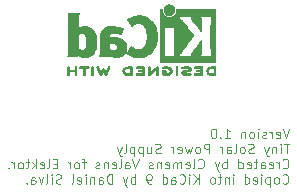
<source format=gbr>
%TF.GenerationSoftware,KiCad,Pcbnew,9.0.5*%
%TF.CreationDate,2025-11-28T10:22:16-08:00*%
%TF.ProjectId,project3_tiny_solar_power_supply,70726f6a-6563-4743-935f-74696e795f73,rev?*%
%TF.SameCoordinates,Original*%
%TF.FileFunction,Legend,Bot*%
%TF.FilePolarity,Positive*%
%FSLAX46Y46*%
G04 Gerber Fmt 4.6, Leading zero omitted, Abs format (unit mm)*
G04 Created by KiCad (PCBNEW 9.0.5) date 2025-11-28 10:22:16*
%MOMM*%
%LPD*%
G01*
G04 APERTURE LIST*
%ADD10C,0.100000*%
%ADD11C,0.010000*%
G04 APERTURE END LIST*
D10*
X155711316Y-107092295D02*
X155444649Y-107892295D01*
X155444649Y-107892295D02*
X155177983Y-107092295D01*
X154606554Y-107854200D02*
X154682745Y-107892295D01*
X154682745Y-107892295D02*
X154835126Y-107892295D01*
X154835126Y-107892295D02*
X154911316Y-107854200D01*
X154911316Y-107854200D02*
X154949412Y-107778009D01*
X154949412Y-107778009D02*
X154949412Y-107473247D01*
X154949412Y-107473247D02*
X154911316Y-107397057D01*
X154911316Y-107397057D02*
X154835126Y-107358961D01*
X154835126Y-107358961D02*
X154682745Y-107358961D01*
X154682745Y-107358961D02*
X154606554Y-107397057D01*
X154606554Y-107397057D02*
X154568459Y-107473247D01*
X154568459Y-107473247D02*
X154568459Y-107549438D01*
X154568459Y-107549438D02*
X154949412Y-107625628D01*
X154225602Y-107892295D02*
X154225602Y-107358961D01*
X154225602Y-107511342D02*
X154187507Y-107435152D01*
X154187507Y-107435152D02*
X154149412Y-107397057D01*
X154149412Y-107397057D02*
X154073221Y-107358961D01*
X154073221Y-107358961D02*
X153997031Y-107358961D01*
X153768460Y-107854200D02*
X153692269Y-107892295D01*
X153692269Y-107892295D02*
X153539888Y-107892295D01*
X153539888Y-107892295D02*
X153463698Y-107854200D01*
X153463698Y-107854200D02*
X153425602Y-107778009D01*
X153425602Y-107778009D02*
X153425602Y-107739914D01*
X153425602Y-107739914D02*
X153463698Y-107663723D01*
X153463698Y-107663723D02*
X153539888Y-107625628D01*
X153539888Y-107625628D02*
X153654174Y-107625628D01*
X153654174Y-107625628D02*
X153730364Y-107587533D01*
X153730364Y-107587533D02*
X153768460Y-107511342D01*
X153768460Y-107511342D02*
X153768460Y-107473247D01*
X153768460Y-107473247D02*
X153730364Y-107397057D01*
X153730364Y-107397057D02*
X153654174Y-107358961D01*
X153654174Y-107358961D02*
X153539888Y-107358961D01*
X153539888Y-107358961D02*
X153463698Y-107397057D01*
X153082745Y-107892295D02*
X153082745Y-107358961D01*
X153082745Y-107092295D02*
X153120841Y-107130390D01*
X153120841Y-107130390D02*
X153082745Y-107168485D01*
X153082745Y-107168485D02*
X153044650Y-107130390D01*
X153044650Y-107130390D02*
X153082745Y-107092295D01*
X153082745Y-107092295D02*
X153082745Y-107168485D01*
X152587508Y-107892295D02*
X152663698Y-107854200D01*
X152663698Y-107854200D02*
X152701793Y-107816104D01*
X152701793Y-107816104D02*
X152739889Y-107739914D01*
X152739889Y-107739914D02*
X152739889Y-107511342D01*
X152739889Y-107511342D02*
X152701793Y-107435152D01*
X152701793Y-107435152D02*
X152663698Y-107397057D01*
X152663698Y-107397057D02*
X152587508Y-107358961D01*
X152587508Y-107358961D02*
X152473222Y-107358961D01*
X152473222Y-107358961D02*
X152397031Y-107397057D01*
X152397031Y-107397057D02*
X152358936Y-107435152D01*
X152358936Y-107435152D02*
X152320841Y-107511342D01*
X152320841Y-107511342D02*
X152320841Y-107739914D01*
X152320841Y-107739914D02*
X152358936Y-107816104D01*
X152358936Y-107816104D02*
X152397031Y-107854200D01*
X152397031Y-107854200D02*
X152473222Y-107892295D01*
X152473222Y-107892295D02*
X152587508Y-107892295D01*
X151977983Y-107358961D02*
X151977983Y-107892295D01*
X151977983Y-107435152D02*
X151939888Y-107397057D01*
X151939888Y-107397057D02*
X151863698Y-107358961D01*
X151863698Y-107358961D02*
X151749412Y-107358961D01*
X151749412Y-107358961D02*
X151673221Y-107397057D01*
X151673221Y-107397057D02*
X151635126Y-107473247D01*
X151635126Y-107473247D02*
X151635126Y-107892295D01*
X150225602Y-107892295D02*
X150682745Y-107892295D01*
X150454173Y-107892295D02*
X150454173Y-107092295D01*
X150454173Y-107092295D02*
X150530364Y-107206580D01*
X150530364Y-107206580D02*
X150606554Y-107282771D01*
X150606554Y-107282771D02*
X150682745Y-107320866D01*
X149882744Y-107816104D02*
X149844649Y-107854200D01*
X149844649Y-107854200D02*
X149882744Y-107892295D01*
X149882744Y-107892295D02*
X149920840Y-107854200D01*
X149920840Y-107854200D02*
X149882744Y-107816104D01*
X149882744Y-107816104D02*
X149882744Y-107892295D01*
X149349411Y-107092295D02*
X149273221Y-107092295D01*
X149273221Y-107092295D02*
X149197030Y-107130390D01*
X149197030Y-107130390D02*
X149158935Y-107168485D01*
X149158935Y-107168485D02*
X149120840Y-107244676D01*
X149120840Y-107244676D02*
X149082745Y-107397057D01*
X149082745Y-107397057D02*
X149082745Y-107587533D01*
X149082745Y-107587533D02*
X149120840Y-107739914D01*
X149120840Y-107739914D02*
X149158935Y-107816104D01*
X149158935Y-107816104D02*
X149197030Y-107854200D01*
X149197030Y-107854200D02*
X149273221Y-107892295D01*
X149273221Y-107892295D02*
X149349411Y-107892295D01*
X149349411Y-107892295D02*
X149425602Y-107854200D01*
X149425602Y-107854200D02*
X149463697Y-107816104D01*
X149463697Y-107816104D02*
X149501792Y-107739914D01*
X149501792Y-107739914D02*
X149539888Y-107587533D01*
X149539888Y-107587533D02*
X149539888Y-107397057D01*
X149539888Y-107397057D02*
X149501792Y-107244676D01*
X149501792Y-107244676D02*
X149463697Y-107168485D01*
X149463697Y-107168485D02*
X149425602Y-107130390D01*
X149425602Y-107130390D02*
X149349411Y-107092295D01*
X155711316Y-108380250D02*
X155254173Y-108380250D01*
X155482745Y-109180250D02*
X155482745Y-108380250D01*
X154987506Y-109180250D02*
X154987506Y-108646916D01*
X154987506Y-108380250D02*
X155025602Y-108418345D01*
X155025602Y-108418345D02*
X154987506Y-108456440D01*
X154987506Y-108456440D02*
X154949411Y-108418345D01*
X154949411Y-108418345D02*
X154987506Y-108380250D01*
X154987506Y-108380250D02*
X154987506Y-108456440D01*
X154606554Y-108646916D02*
X154606554Y-109180250D01*
X154606554Y-108723107D02*
X154568459Y-108685012D01*
X154568459Y-108685012D02*
X154492269Y-108646916D01*
X154492269Y-108646916D02*
X154377983Y-108646916D01*
X154377983Y-108646916D02*
X154301792Y-108685012D01*
X154301792Y-108685012D02*
X154263697Y-108761202D01*
X154263697Y-108761202D02*
X154263697Y-109180250D01*
X153958935Y-108646916D02*
X153768459Y-109180250D01*
X153577982Y-108646916D02*
X153768459Y-109180250D01*
X153768459Y-109180250D02*
X153844649Y-109370726D01*
X153844649Y-109370726D02*
X153882744Y-109408821D01*
X153882744Y-109408821D02*
X153958935Y-109446916D01*
X152701792Y-109142155D02*
X152587506Y-109180250D01*
X152587506Y-109180250D02*
X152397030Y-109180250D01*
X152397030Y-109180250D02*
X152320839Y-109142155D01*
X152320839Y-109142155D02*
X152282744Y-109104059D01*
X152282744Y-109104059D02*
X152244649Y-109027869D01*
X152244649Y-109027869D02*
X152244649Y-108951678D01*
X152244649Y-108951678D02*
X152282744Y-108875488D01*
X152282744Y-108875488D02*
X152320839Y-108837393D01*
X152320839Y-108837393D02*
X152397030Y-108799297D01*
X152397030Y-108799297D02*
X152549411Y-108761202D01*
X152549411Y-108761202D02*
X152625601Y-108723107D01*
X152625601Y-108723107D02*
X152663696Y-108685012D01*
X152663696Y-108685012D02*
X152701792Y-108608821D01*
X152701792Y-108608821D02*
X152701792Y-108532631D01*
X152701792Y-108532631D02*
X152663696Y-108456440D01*
X152663696Y-108456440D02*
X152625601Y-108418345D01*
X152625601Y-108418345D02*
X152549411Y-108380250D01*
X152549411Y-108380250D02*
X152358934Y-108380250D01*
X152358934Y-108380250D02*
X152244649Y-108418345D01*
X151787506Y-109180250D02*
X151863696Y-109142155D01*
X151863696Y-109142155D02*
X151901791Y-109104059D01*
X151901791Y-109104059D02*
X151939887Y-109027869D01*
X151939887Y-109027869D02*
X151939887Y-108799297D01*
X151939887Y-108799297D02*
X151901791Y-108723107D01*
X151901791Y-108723107D02*
X151863696Y-108685012D01*
X151863696Y-108685012D02*
X151787506Y-108646916D01*
X151787506Y-108646916D02*
X151673220Y-108646916D01*
X151673220Y-108646916D02*
X151597029Y-108685012D01*
X151597029Y-108685012D02*
X151558934Y-108723107D01*
X151558934Y-108723107D02*
X151520839Y-108799297D01*
X151520839Y-108799297D02*
X151520839Y-109027869D01*
X151520839Y-109027869D02*
X151558934Y-109104059D01*
X151558934Y-109104059D02*
X151597029Y-109142155D01*
X151597029Y-109142155D02*
X151673220Y-109180250D01*
X151673220Y-109180250D02*
X151787506Y-109180250D01*
X151063696Y-109180250D02*
X151139886Y-109142155D01*
X151139886Y-109142155D02*
X151177981Y-109065964D01*
X151177981Y-109065964D02*
X151177981Y-108380250D01*
X150416076Y-109180250D02*
X150416076Y-108761202D01*
X150416076Y-108761202D02*
X150454171Y-108685012D01*
X150454171Y-108685012D02*
X150530362Y-108646916D01*
X150530362Y-108646916D02*
X150682743Y-108646916D01*
X150682743Y-108646916D02*
X150758933Y-108685012D01*
X150416076Y-109142155D02*
X150492267Y-109180250D01*
X150492267Y-109180250D02*
X150682743Y-109180250D01*
X150682743Y-109180250D02*
X150758933Y-109142155D01*
X150758933Y-109142155D02*
X150797029Y-109065964D01*
X150797029Y-109065964D02*
X150797029Y-108989774D01*
X150797029Y-108989774D02*
X150758933Y-108913583D01*
X150758933Y-108913583D02*
X150682743Y-108875488D01*
X150682743Y-108875488D02*
X150492267Y-108875488D01*
X150492267Y-108875488D02*
X150416076Y-108837393D01*
X150035123Y-109180250D02*
X150035123Y-108646916D01*
X150035123Y-108799297D02*
X149997028Y-108723107D01*
X149997028Y-108723107D02*
X149958933Y-108685012D01*
X149958933Y-108685012D02*
X149882742Y-108646916D01*
X149882742Y-108646916D02*
X149806552Y-108646916D01*
X148930361Y-109180250D02*
X148930361Y-108380250D01*
X148930361Y-108380250D02*
X148625599Y-108380250D01*
X148625599Y-108380250D02*
X148549409Y-108418345D01*
X148549409Y-108418345D02*
X148511314Y-108456440D01*
X148511314Y-108456440D02*
X148473218Y-108532631D01*
X148473218Y-108532631D02*
X148473218Y-108646916D01*
X148473218Y-108646916D02*
X148511314Y-108723107D01*
X148511314Y-108723107D02*
X148549409Y-108761202D01*
X148549409Y-108761202D02*
X148625599Y-108799297D01*
X148625599Y-108799297D02*
X148930361Y-108799297D01*
X148016076Y-109180250D02*
X148092266Y-109142155D01*
X148092266Y-109142155D02*
X148130361Y-109104059D01*
X148130361Y-109104059D02*
X148168457Y-109027869D01*
X148168457Y-109027869D02*
X148168457Y-108799297D01*
X148168457Y-108799297D02*
X148130361Y-108723107D01*
X148130361Y-108723107D02*
X148092266Y-108685012D01*
X148092266Y-108685012D02*
X148016076Y-108646916D01*
X148016076Y-108646916D02*
X147901790Y-108646916D01*
X147901790Y-108646916D02*
X147825599Y-108685012D01*
X147825599Y-108685012D02*
X147787504Y-108723107D01*
X147787504Y-108723107D02*
X147749409Y-108799297D01*
X147749409Y-108799297D02*
X147749409Y-109027869D01*
X147749409Y-109027869D02*
X147787504Y-109104059D01*
X147787504Y-109104059D02*
X147825599Y-109142155D01*
X147825599Y-109142155D02*
X147901790Y-109180250D01*
X147901790Y-109180250D02*
X148016076Y-109180250D01*
X147482742Y-108646916D02*
X147330361Y-109180250D01*
X147330361Y-109180250D02*
X147177980Y-108799297D01*
X147177980Y-108799297D02*
X147025599Y-109180250D01*
X147025599Y-109180250D02*
X146873218Y-108646916D01*
X146263694Y-109142155D02*
X146339885Y-109180250D01*
X146339885Y-109180250D02*
X146492266Y-109180250D01*
X146492266Y-109180250D02*
X146568456Y-109142155D01*
X146568456Y-109142155D02*
X146606552Y-109065964D01*
X146606552Y-109065964D02*
X146606552Y-108761202D01*
X146606552Y-108761202D02*
X146568456Y-108685012D01*
X146568456Y-108685012D02*
X146492266Y-108646916D01*
X146492266Y-108646916D02*
X146339885Y-108646916D01*
X146339885Y-108646916D02*
X146263694Y-108685012D01*
X146263694Y-108685012D02*
X146225599Y-108761202D01*
X146225599Y-108761202D02*
X146225599Y-108837393D01*
X146225599Y-108837393D02*
X146606552Y-108913583D01*
X145882742Y-109180250D02*
X145882742Y-108646916D01*
X145882742Y-108799297D02*
X145844647Y-108723107D01*
X145844647Y-108723107D02*
X145806552Y-108685012D01*
X145806552Y-108685012D02*
X145730361Y-108646916D01*
X145730361Y-108646916D02*
X145654171Y-108646916D01*
X144816076Y-109142155D02*
X144701790Y-109180250D01*
X144701790Y-109180250D02*
X144511314Y-109180250D01*
X144511314Y-109180250D02*
X144435123Y-109142155D01*
X144435123Y-109142155D02*
X144397028Y-109104059D01*
X144397028Y-109104059D02*
X144358933Y-109027869D01*
X144358933Y-109027869D02*
X144358933Y-108951678D01*
X144358933Y-108951678D02*
X144397028Y-108875488D01*
X144397028Y-108875488D02*
X144435123Y-108837393D01*
X144435123Y-108837393D02*
X144511314Y-108799297D01*
X144511314Y-108799297D02*
X144663695Y-108761202D01*
X144663695Y-108761202D02*
X144739885Y-108723107D01*
X144739885Y-108723107D02*
X144777980Y-108685012D01*
X144777980Y-108685012D02*
X144816076Y-108608821D01*
X144816076Y-108608821D02*
X144816076Y-108532631D01*
X144816076Y-108532631D02*
X144777980Y-108456440D01*
X144777980Y-108456440D02*
X144739885Y-108418345D01*
X144739885Y-108418345D02*
X144663695Y-108380250D01*
X144663695Y-108380250D02*
X144473218Y-108380250D01*
X144473218Y-108380250D02*
X144358933Y-108418345D01*
X143673218Y-108646916D02*
X143673218Y-109180250D01*
X144016075Y-108646916D02*
X144016075Y-109065964D01*
X144016075Y-109065964D02*
X143977980Y-109142155D01*
X143977980Y-109142155D02*
X143901790Y-109180250D01*
X143901790Y-109180250D02*
X143787504Y-109180250D01*
X143787504Y-109180250D02*
X143711313Y-109142155D01*
X143711313Y-109142155D02*
X143673218Y-109104059D01*
X143292265Y-108646916D02*
X143292265Y-109446916D01*
X143292265Y-108685012D02*
X143216075Y-108646916D01*
X143216075Y-108646916D02*
X143063694Y-108646916D01*
X143063694Y-108646916D02*
X142987503Y-108685012D01*
X142987503Y-108685012D02*
X142949408Y-108723107D01*
X142949408Y-108723107D02*
X142911313Y-108799297D01*
X142911313Y-108799297D02*
X142911313Y-109027869D01*
X142911313Y-109027869D02*
X142949408Y-109104059D01*
X142949408Y-109104059D02*
X142987503Y-109142155D01*
X142987503Y-109142155D02*
X143063694Y-109180250D01*
X143063694Y-109180250D02*
X143216075Y-109180250D01*
X143216075Y-109180250D02*
X143292265Y-109142155D01*
X142568455Y-108646916D02*
X142568455Y-109446916D01*
X142568455Y-108685012D02*
X142492265Y-108646916D01*
X142492265Y-108646916D02*
X142339884Y-108646916D01*
X142339884Y-108646916D02*
X142263693Y-108685012D01*
X142263693Y-108685012D02*
X142225598Y-108723107D01*
X142225598Y-108723107D02*
X142187503Y-108799297D01*
X142187503Y-108799297D02*
X142187503Y-109027869D01*
X142187503Y-109027869D02*
X142225598Y-109104059D01*
X142225598Y-109104059D02*
X142263693Y-109142155D01*
X142263693Y-109142155D02*
X142339884Y-109180250D01*
X142339884Y-109180250D02*
X142492265Y-109180250D01*
X142492265Y-109180250D02*
X142568455Y-109142155D01*
X141730360Y-109180250D02*
X141806550Y-109142155D01*
X141806550Y-109142155D02*
X141844645Y-109065964D01*
X141844645Y-109065964D02*
X141844645Y-108380250D01*
X141501788Y-108646916D02*
X141311312Y-109180250D01*
X141120835Y-108646916D02*
X141311312Y-109180250D01*
X141311312Y-109180250D02*
X141387502Y-109370726D01*
X141387502Y-109370726D02*
X141425597Y-109408821D01*
X141425597Y-109408821D02*
X141501788Y-109446916D01*
X155139887Y-110392014D02*
X155177983Y-110430110D01*
X155177983Y-110430110D02*
X155292268Y-110468205D01*
X155292268Y-110468205D02*
X155368459Y-110468205D01*
X155368459Y-110468205D02*
X155482745Y-110430110D01*
X155482745Y-110430110D02*
X155558935Y-110353919D01*
X155558935Y-110353919D02*
X155597030Y-110277729D01*
X155597030Y-110277729D02*
X155635126Y-110125348D01*
X155635126Y-110125348D02*
X155635126Y-110011062D01*
X155635126Y-110011062D02*
X155597030Y-109858681D01*
X155597030Y-109858681D02*
X155558935Y-109782490D01*
X155558935Y-109782490D02*
X155482745Y-109706300D01*
X155482745Y-109706300D02*
X155368459Y-109668205D01*
X155368459Y-109668205D02*
X155292268Y-109668205D01*
X155292268Y-109668205D02*
X155177983Y-109706300D01*
X155177983Y-109706300D02*
X155139887Y-109744395D01*
X154797030Y-110468205D02*
X154797030Y-109934871D01*
X154797030Y-110087252D02*
X154758935Y-110011062D01*
X154758935Y-110011062D02*
X154720840Y-109972967D01*
X154720840Y-109972967D02*
X154644649Y-109934871D01*
X154644649Y-109934871D02*
X154568459Y-109934871D01*
X153997030Y-110430110D02*
X154073221Y-110468205D01*
X154073221Y-110468205D02*
X154225602Y-110468205D01*
X154225602Y-110468205D02*
X154301792Y-110430110D01*
X154301792Y-110430110D02*
X154339888Y-110353919D01*
X154339888Y-110353919D02*
X154339888Y-110049157D01*
X154339888Y-110049157D02*
X154301792Y-109972967D01*
X154301792Y-109972967D02*
X154225602Y-109934871D01*
X154225602Y-109934871D02*
X154073221Y-109934871D01*
X154073221Y-109934871D02*
X153997030Y-109972967D01*
X153997030Y-109972967D02*
X153958935Y-110049157D01*
X153958935Y-110049157D02*
X153958935Y-110125348D01*
X153958935Y-110125348D02*
X154339888Y-110201538D01*
X153273221Y-110468205D02*
X153273221Y-110049157D01*
X153273221Y-110049157D02*
X153311316Y-109972967D01*
X153311316Y-109972967D02*
X153387507Y-109934871D01*
X153387507Y-109934871D02*
X153539888Y-109934871D01*
X153539888Y-109934871D02*
X153616078Y-109972967D01*
X153273221Y-110430110D02*
X153349412Y-110468205D01*
X153349412Y-110468205D02*
X153539888Y-110468205D01*
X153539888Y-110468205D02*
X153616078Y-110430110D01*
X153616078Y-110430110D02*
X153654174Y-110353919D01*
X153654174Y-110353919D02*
X153654174Y-110277729D01*
X153654174Y-110277729D02*
X153616078Y-110201538D01*
X153616078Y-110201538D02*
X153539888Y-110163443D01*
X153539888Y-110163443D02*
X153349412Y-110163443D01*
X153349412Y-110163443D02*
X153273221Y-110125348D01*
X153006554Y-109934871D02*
X152701792Y-109934871D01*
X152892268Y-109668205D02*
X152892268Y-110353919D01*
X152892268Y-110353919D02*
X152854173Y-110430110D01*
X152854173Y-110430110D02*
X152777983Y-110468205D01*
X152777983Y-110468205D02*
X152701792Y-110468205D01*
X152130363Y-110430110D02*
X152206554Y-110468205D01*
X152206554Y-110468205D02*
X152358935Y-110468205D01*
X152358935Y-110468205D02*
X152435125Y-110430110D01*
X152435125Y-110430110D02*
X152473221Y-110353919D01*
X152473221Y-110353919D02*
X152473221Y-110049157D01*
X152473221Y-110049157D02*
X152435125Y-109972967D01*
X152435125Y-109972967D02*
X152358935Y-109934871D01*
X152358935Y-109934871D02*
X152206554Y-109934871D01*
X152206554Y-109934871D02*
X152130363Y-109972967D01*
X152130363Y-109972967D02*
X152092268Y-110049157D01*
X152092268Y-110049157D02*
X152092268Y-110125348D01*
X152092268Y-110125348D02*
X152473221Y-110201538D01*
X151406554Y-110468205D02*
X151406554Y-109668205D01*
X151406554Y-110430110D02*
X151482745Y-110468205D01*
X151482745Y-110468205D02*
X151635126Y-110468205D01*
X151635126Y-110468205D02*
X151711316Y-110430110D01*
X151711316Y-110430110D02*
X151749411Y-110392014D01*
X151749411Y-110392014D02*
X151787507Y-110315824D01*
X151787507Y-110315824D02*
X151787507Y-110087252D01*
X151787507Y-110087252D02*
X151749411Y-110011062D01*
X151749411Y-110011062D02*
X151711316Y-109972967D01*
X151711316Y-109972967D02*
X151635126Y-109934871D01*
X151635126Y-109934871D02*
X151482745Y-109934871D01*
X151482745Y-109934871D02*
X151406554Y-109972967D01*
X150416077Y-110468205D02*
X150416077Y-109668205D01*
X150416077Y-109972967D02*
X150339887Y-109934871D01*
X150339887Y-109934871D02*
X150187506Y-109934871D01*
X150187506Y-109934871D02*
X150111315Y-109972967D01*
X150111315Y-109972967D02*
X150073220Y-110011062D01*
X150073220Y-110011062D02*
X150035125Y-110087252D01*
X150035125Y-110087252D02*
X150035125Y-110315824D01*
X150035125Y-110315824D02*
X150073220Y-110392014D01*
X150073220Y-110392014D02*
X150111315Y-110430110D01*
X150111315Y-110430110D02*
X150187506Y-110468205D01*
X150187506Y-110468205D02*
X150339887Y-110468205D01*
X150339887Y-110468205D02*
X150416077Y-110430110D01*
X149768458Y-109934871D02*
X149577982Y-110468205D01*
X149387505Y-109934871D02*
X149577982Y-110468205D01*
X149577982Y-110468205D02*
X149654172Y-110658681D01*
X149654172Y-110658681D02*
X149692267Y-110696776D01*
X149692267Y-110696776D02*
X149768458Y-110734871D01*
X148016076Y-110392014D02*
X148054172Y-110430110D01*
X148054172Y-110430110D02*
X148168457Y-110468205D01*
X148168457Y-110468205D02*
X148244648Y-110468205D01*
X148244648Y-110468205D02*
X148358934Y-110430110D01*
X148358934Y-110430110D02*
X148435124Y-110353919D01*
X148435124Y-110353919D02*
X148473219Y-110277729D01*
X148473219Y-110277729D02*
X148511315Y-110125348D01*
X148511315Y-110125348D02*
X148511315Y-110011062D01*
X148511315Y-110011062D02*
X148473219Y-109858681D01*
X148473219Y-109858681D02*
X148435124Y-109782490D01*
X148435124Y-109782490D02*
X148358934Y-109706300D01*
X148358934Y-109706300D02*
X148244648Y-109668205D01*
X148244648Y-109668205D02*
X148168457Y-109668205D01*
X148168457Y-109668205D02*
X148054172Y-109706300D01*
X148054172Y-109706300D02*
X148016076Y-109744395D01*
X147558934Y-110468205D02*
X147635124Y-110430110D01*
X147635124Y-110430110D02*
X147673219Y-110353919D01*
X147673219Y-110353919D02*
X147673219Y-109668205D01*
X146949409Y-110430110D02*
X147025600Y-110468205D01*
X147025600Y-110468205D02*
X147177981Y-110468205D01*
X147177981Y-110468205D02*
X147254171Y-110430110D01*
X147254171Y-110430110D02*
X147292267Y-110353919D01*
X147292267Y-110353919D02*
X147292267Y-110049157D01*
X147292267Y-110049157D02*
X147254171Y-109972967D01*
X147254171Y-109972967D02*
X147177981Y-109934871D01*
X147177981Y-109934871D02*
X147025600Y-109934871D01*
X147025600Y-109934871D02*
X146949409Y-109972967D01*
X146949409Y-109972967D02*
X146911314Y-110049157D01*
X146911314Y-110049157D02*
X146911314Y-110125348D01*
X146911314Y-110125348D02*
X147292267Y-110201538D01*
X146568457Y-110468205D02*
X146568457Y-109934871D01*
X146568457Y-110011062D02*
X146530362Y-109972967D01*
X146530362Y-109972967D02*
X146454172Y-109934871D01*
X146454172Y-109934871D02*
X146339886Y-109934871D01*
X146339886Y-109934871D02*
X146263695Y-109972967D01*
X146263695Y-109972967D02*
X146225600Y-110049157D01*
X146225600Y-110049157D02*
X146225600Y-110468205D01*
X146225600Y-110049157D02*
X146187505Y-109972967D01*
X146187505Y-109972967D02*
X146111314Y-109934871D01*
X146111314Y-109934871D02*
X145997029Y-109934871D01*
X145997029Y-109934871D02*
X145920838Y-109972967D01*
X145920838Y-109972967D02*
X145882743Y-110049157D01*
X145882743Y-110049157D02*
X145882743Y-110468205D01*
X145197028Y-110430110D02*
X145273219Y-110468205D01*
X145273219Y-110468205D02*
X145425600Y-110468205D01*
X145425600Y-110468205D02*
X145501790Y-110430110D01*
X145501790Y-110430110D02*
X145539886Y-110353919D01*
X145539886Y-110353919D02*
X145539886Y-110049157D01*
X145539886Y-110049157D02*
X145501790Y-109972967D01*
X145501790Y-109972967D02*
X145425600Y-109934871D01*
X145425600Y-109934871D02*
X145273219Y-109934871D01*
X145273219Y-109934871D02*
X145197028Y-109972967D01*
X145197028Y-109972967D02*
X145158933Y-110049157D01*
X145158933Y-110049157D02*
X145158933Y-110125348D01*
X145158933Y-110125348D02*
X145539886Y-110201538D01*
X144816076Y-109934871D02*
X144816076Y-110468205D01*
X144816076Y-110011062D02*
X144777981Y-109972967D01*
X144777981Y-109972967D02*
X144701791Y-109934871D01*
X144701791Y-109934871D02*
X144587505Y-109934871D01*
X144587505Y-109934871D02*
X144511314Y-109972967D01*
X144511314Y-109972967D02*
X144473219Y-110049157D01*
X144473219Y-110049157D02*
X144473219Y-110468205D01*
X144130362Y-110430110D02*
X144054171Y-110468205D01*
X144054171Y-110468205D02*
X143901790Y-110468205D01*
X143901790Y-110468205D02*
X143825600Y-110430110D01*
X143825600Y-110430110D02*
X143787504Y-110353919D01*
X143787504Y-110353919D02*
X143787504Y-110315824D01*
X143787504Y-110315824D02*
X143825600Y-110239633D01*
X143825600Y-110239633D02*
X143901790Y-110201538D01*
X143901790Y-110201538D02*
X144016076Y-110201538D01*
X144016076Y-110201538D02*
X144092266Y-110163443D01*
X144092266Y-110163443D02*
X144130362Y-110087252D01*
X144130362Y-110087252D02*
X144130362Y-110049157D01*
X144130362Y-110049157D02*
X144092266Y-109972967D01*
X144092266Y-109972967D02*
X144016076Y-109934871D01*
X144016076Y-109934871D02*
X143901790Y-109934871D01*
X143901790Y-109934871D02*
X143825600Y-109972967D01*
X142949409Y-109668205D02*
X142682742Y-110468205D01*
X142682742Y-110468205D02*
X142416076Y-109668205D01*
X141806552Y-110468205D02*
X141806552Y-110049157D01*
X141806552Y-110049157D02*
X141844647Y-109972967D01*
X141844647Y-109972967D02*
X141920838Y-109934871D01*
X141920838Y-109934871D02*
X142073219Y-109934871D01*
X142073219Y-109934871D02*
X142149409Y-109972967D01*
X141806552Y-110430110D02*
X141882743Y-110468205D01*
X141882743Y-110468205D02*
X142073219Y-110468205D01*
X142073219Y-110468205D02*
X142149409Y-110430110D01*
X142149409Y-110430110D02*
X142187505Y-110353919D01*
X142187505Y-110353919D02*
X142187505Y-110277729D01*
X142187505Y-110277729D02*
X142149409Y-110201538D01*
X142149409Y-110201538D02*
X142073219Y-110163443D01*
X142073219Y-110163443D02*
X141882743Y-110163443D01*
X141882743Y-110163443D02*
X141806552Y-110125348D01*
X141311314Y-110468205D02*
X141387504Y-110430110D01*
X141387504Y-110430110D02*
X141425599Y-110353919D01*
X141425599Y-110353919D02*
X141425599Y-109668205D01*
X140701789Y-110430110D02*
X140777980Y-110468205D01*
X140777980Y-110468205D02*
X140930361Y-110468205D01*
X140930361Y-110468205D02*
X141006551Y-110430110D01*
X141006551Y-110430110D02*
X141044647Y-110353919D01*
X141044647Y-110353919D02*
X141044647Y-110049157D01*
X141044647Y-110049157D02*
X141006551Y-109972967D01*
X141006551Y-109972967D02*
X140930361Y-109934871D01*
X140930361Y-109934871D02*
X140777980Y-109934871D01*
X140777980Y-109934871D02*
X140701789Y-109972967D01*
X140701789Y-109972967D02*
X140663694Y-110049157D01*
X140663694Y-110049157D02*
X140663694Y-110125348D01*
X140663694Y-110125348D02*
X141044647Y-110201538D01*
X140320837Y-109934871D02*
X140320837Y-110468205D01*
X140320837Y-110011062D02*
X140282742Y-109972967D01*
X140282742Y-109972967D02*
X140206552Y-109934871D01*
X140206552Y-109934871D02*
X140092266Y-109934871D01*
X140092266Y-109934871D02*
X140016075Y-109972967D01*
X140016075Y-109972967D02*
X139977980Y-110049157D01*
X139977980Y-110049157D02*
X139977980Y-110468205D01*
X139635123Y-110430110D02*
X139558932Y-110468205D01*
X139558932Y-110468205D02*
X139406551Y-110468205D01*
X139406551Y-110468205D02*
X139330361Y-110430110D01*
X139330361Y-110430110D02*
X139292265Y-110353919D01*
X139292265Y-110353919D02*
X139292265Y-110315824D01*
X139292265Y-110315824D02*
X139330361Y-110239633D01*
X139330361Y-110239633D02*
X139406551Y-110201538D01*
X139406551Y-110201538D02*
X139520837Y-110201538D01*
X139520837Y-110201538D02*
X139597027Y-110163443D01*
X139597027Y-110163443D02*
X139635123Y-110087252D01*
X139635123Y-110087252D02*
X139635123Y-110049157D01*
X139635123Y-110049157D02*
X139597027Y-109972967D01*
X139597027Y-109972967D02*
X139520837Y-109934871D01*
X139520837Y-109934871D02*
X139406551Y-109934871D01*
X139406551Y-109934871D02*
X139330361Y-109972967D01*
X138454170Y-109934871D02*
X138149408Y-109934871D01*
X138339884Y-110468205D02*
X138339884Y-109782490D01*
X138339884Y-109782490D02*
X138301789Y-109706300D01*
X138301789Y-109706300D02*
X138225599Y-109668205D01*
X138225599Y-109668205D02*
X138149408Y-109668205D01*
X137768456Y-110468205D02*
X137844646Y-110430110D01*
X137844646Y-110430110D02*
X137882741Y-110392014D01*
X137882741Y-110392014D02*
X137920837Y-110315824D01*
X137920837Y-110315824D02*
X137920837Y-110087252D01*
X137920837Y-110087252D02*
X137882741Y-110011062D01*
X137882741Y-110011062D02*
X137844646Y-109972967D01*
X137844646Y-109972967D02*
X137768456Y-109934871D01*
X137768456Y-109934871D02*
X137654170Y-109934871D01*
X137654170Y-109934871D02*
X137577979Y-109972967D01*
X137577979Y-109972967D02*
X137539884Y-110011062D01*
X137539884Y-110011062D02*
X137501789Y-110087252D01*
X137501789Y-110087252D02*
X137501789Y-110315824D01*
X137501789Y-110315824D02*
X137539884Y-110392014D01*
X137539884Y-110392014D02*
X137577979Y-110430110D01*
X137577979Y-110430110D02*
X137654170Y-110468205D01*
X137654170Y-110468205D02*
X137768456Y-110468205D01*
X137158931Y-110468205D02*
X137158931Y-109934871D01*
X137158931Y-110087252D02*
X137120836Y-110011062D01*
X137120836Y-110011062D02*
X137082741Y-109972967D01*
X137082741Y-109972967D02*
X137006550Y-109934871D01*
X137006550Y-109934871D02*
X136930360Y-109934871D01*
X136054169Y-110049157D02*
X135787503Y-110049157D01*
X135673217Y-110468205D02*
X136054169Y-110468205D01*
X136054169Y-110468205D02*
X136054169Y-109668205D01*
X136054169Y-109668205D02*
X135673217Y-109668205D01*
X135216074Y-110468205D02*
X135292264Y-110430110D01*
X135292264Y-110430110D02*
X135330359Y-110353919D01*
X135330359Y-110353919D02*
X135330359Y-109668205D01*
X134606549Y-110430110D02*
X134682740Y-110468205D01*
X134682740Y-110468205D02*
X134835121Y-110468205D01*
X134835121Y-110468205D02*
X134911311Y-110430110D01*
X134911311Y-110430110D02*
X134949407Y-110353919D01*
X134949407Y-110353919D02*
X134949407Y-110049157D01*
X134949407Y-110049157D02*
X134911311Y-109972967D01*
X134911311Y-109972967D02*
X134835121Y-109934871D01*
X134835121Y-109934871D02*
X134682740Y-109934871D01*
X134682740Y-109934871D02*
X134606549Y-109972967D01*
X134606549Y-109972967D02*
X134568454Y-110049157D01*
X134568454Y-110049157D02*
X134568454Y-110125348D01*
X134568454Y-110125348D02*
X134949407Y-110201538D01*
X134225597Y-110468205D02*
X134225597Y-109668205D01*
X134149407Y-110163443D02*
X133920835Y-110468205D01*
X133920835Y-109934871D02*
X134225597Y-110239633D01*
X133692264Y-109934871D02*
X133387502Y-109934871D01*
X133577978Y-109668205D02*
X133577978Y-110353919D01*
X133577978Y-110353919D02*
X133539883Y-110430110D01*
X133539883Y-110430110D02*
X133463693Y-110468205D01*
X133463693Y-110468205D02*
X133387502Y-110468205D01*
X133006550Y-110468205D02*
X133082740Y-110430110D01*
X133082740Y-110430110D02*
X133120835Y-110392014D01*
X133120835Y-110392014D02*
X133158931Y-110315824D01*
X133158931Y-110315824D02*
X133158931Y-110087252D01*
X133158931Y-110087252D02*
X133120835Y-110011062D01*
X133120835Y-110011062D02*
X133082740Y-109972967D01*
X133082740Y-109972967D02*
X133006550Y-109934871D01*
X133006550Y-109934871D02*
X132892264Y-109934871D01*
X132892264Y-109934871D02*
X132816073Y-109972967D01*
X132816073Y-109972967D02*
X132777978Y-110011062D01*
X132777978Y-110011062D02*
X132739883Y-110087252D01*
X132739883Y-110087252D02*
X132739883Y-110315824D01*
X132739883Y-110315824D02*
X132777978Y-110392014D01*
X132777978Y-110392014D02*
X132816073Y-110430110D01*
X132816073Y-110430110D02*
X132892264Y-110468205D01*
X132892264Y-110468205D02*
X133006550Y-110468205D01*
X132397025Y-110468205D02*
X132397025Y-109934871D01*
X132397025Y-110087252D02*
X132358930Y-110011062D01*
X132358930Y-110011062D02*
X132320835Y-109972967D01*
X132320835Y-109972967D02*
X132244644Y-109934871D01*
X132244644Y-109934871D02*
X132168454Y-109934871D01*
X131901787Y-110392014D02*
X131863692Y-110430110D01*
X131863692Y-110430110D02*
X131901787Y-110468205D01*
X131901787Y-110468205D02*
X131939883Y-110430110D01*
X131939883Y-110430110D02*
X131901787Y-110392014D01*
X131901787Y-110392014D02*
X131901787Y-110468205D01*
X155139887Y-111679969D02*
X155177983Y-111718065D01*
X155177983Y-111718065D02*
X155292268Y-111756160D01*
X155292268Y-111756160D02*
X155368459Y-111756160D01*
X155368459Y-111756160D02*
X155482745Y-111718065D01*
X155482745Y-111718065D02*
X155558935Y-111641874D01*
X155558935Y-111641874D02*
X155597030Y-111565684D01*
X155597030Y-111565684D02*
X155635126Y-111413303D01*
X155635126Y-111413303D02*
X155635126Y-111299017D01*
X155635126Y-111299017D02*
X155597030Y-111146636D01*
X155597030Y-111146636D02*
X155558935Y-111070445D01*
X155558935Y-111070445D02*
X155482745Y-110994255D01*
X155482745Y-110994255D02*
X155368459Y-110956160D01*
X155368459Y-110956160D02*
X155292268Y-110956160D01*
X155292268Y-110956160D02*
X155177983Y-110994255D01*
X155177983Y-110994255D02*
X155139887Y-111032350D01*
X154682745Y-111756160D02*
X154758935Y-111718065D01*
X154758935Y-111718065D02*
X154797030Y-111679969D01*
X154797030Y-111679969D02*
X154835126Y-111603779D01*
X154835126Y-111603779D02*
X154835126Y-111375207D01*
X154835126Y-111375207D02*
X154797030Y-111299017D01*
X154797030Y-111299017D02*
X154758935Y-111260922D01*
X154758935Y-111260922D02*
X154682745Y-111222826D01*
X154682745Y-111222826D02*
X154568459Y-111222826D01*
X154568459Y-111222826D02*
X154492268Y-111260922D01*
X154492268Y-111260922D02*
X154454173Y-111299017D01*
X154454173Y-111299017D02*
X154416078Y-111375207D01*
X154416078Y-111375207D02*
X154416078Y-111603779D01*
X154416078Y-111603779D02*
X154454173Y-111679969D01*
X154454173Y-111679969D02*
X154492268Y-111718065D01*
X154492268Y-111718065D02*
X154568459Y-111756160D01*
X154568459Y-111756160D02*
X154682745Y-111756160D01*
X154073220Y-111222826D02*
X154073220Y-112022826D01*
X154073220Y-111260922D02*
X153997030Y-111222826D01*
X153997030Y-111222826D02*
X153844649Y-111222826D01*
X153844649Y-111222826D02*
X153768458Y-111260922D01*
X153768458Y-111260922D02*
X153730363Y-111299017D01*
X153730363Y-111299017D02*
X153692268Y-111375207D01*
X153692268Y-111375207D02*
X153692268Y-111603779D01*
X153692268Y-111603779D02*
X153730363Y-111679969D01*
X153730363Y-111679969D02*
X153768458Y-111718065D01*
X153768458Y-111718065D02*
X153844649Y-111756160D01*
X153844649Y-111756160D02*
X153997030Y-111756160D01*
X153997030Y-111756160D02*
X154073220Y-111718065D01*
X153349410Y-111756160D02*
X153349410Y-111222826D01*
X153349410Y-110956160D02*
X153387506Y-110994255D01*
X153387506Y-110994255D02*
X153349410Y-111032350D01*
X153349410Y-111032350D02*
X153311315Y-110994255D01*
X153311315Y-110994255D02*
X153349410Y-110956160D01*
X153349410Y-110956160D02*
X153349410Y-111032350D01*
X152663696Y-111718065D02*
X152739887Y-111756160D01*
X152739887Y-111756160D02*
X152892268Y-111756160D01*
X152892268Y-111756160D02*
X152968458Y-111718065D01*
X152968458Y-111718065D02*
X153006554Y-111641874D01*
X153006554Y-111641874D02*
X153006554Y-111337112D01*
X153006554Y-111337112D02*
X152968458Y-111260922D01*
X152968458Y-111260922D02*
X152892268Y-111222826D01*
X152892268Y-111222826D02*
X152739887Y-111222826D01*
X152739887Y-111222826D02*
X152663696Y-111260922D01*
X152663696Y-111260922D02*
X152625601Y-111337112D01*
X152625601Y-111337112D02*
X152625601Y-111413303D01*
X152625601Y-111413303D02*
X153006554Y-111489493D01*
X151939887Y-111756160D02*
X151939887Y-110956160D01*
X151939887Y-111718065D02*
X152016078Y-111756160D01*
X152016078Y-111756160D02*
X152168459Y-111756160D01*
X152168459Y-111756160D02*
X152244649Y-111718065D01*
X152244649Y-111718065D02*
X152282744Y-111679969D01*
X152282744Y-111679969D02*
X152320840Y-111603779D01*
X152320840Y-111603779D02*
X152320840Y-111375207D01*
X152320840Y-111375207D02*
X152282744Y-111299017D01*
X152282744Y-111299017D02*
X152244649Y-111260922D01*
X152244649Y-111260922D02*
X152168459Y-111222826D01*
X152168459Y-111222826D02*
X152016078Y-111222826D01*
X152016078Y-111222826D02*
X151939887Y-111260922D01*
X150949410Y-111756160D02*
X150949410Y-111222826D01*
X150949410Y-110956160D02*
X150987506Y-110994255D01*
X150987506Y-110994255D02*
X150949410Y-111032350D01*
X150949410Y-111032350D02*
X150911315Y-110994255D01*
X150911315Y-110994255D02*
X150949410Y-110956160D01*
X150949410Y-110956160D02*
X150949410Y-111032350D01*
X150568458Y-111222826D02*
X150568458Y-111756160D01*
X150568458Y-111299017D02*
X150530363Y-111260922D01*
X150530363Y-111260922D02*
X150454173Y-111222826D01*
X150454173Y-111222826D02*
X150339887Y-111222826D01*
X150339887Y-111222826D02*
X150263696Y-111260922D01*
X150263696Y-111260922D02*
X150225601Y-111337112D01*
X150225601Y-111337112D02*
X150225601Y-111756160D01*
X149958934Y-111222826D02*
X149654172Y-111222826D01*
X149844648Y-110956160D02*
X149844648Y-111641874D01*
X149844648Y-111641874D02*
X149806553Y-111718065D01*
X149806553Y-111718065D02*
X149730363Y-111756160D01*
X149730363Y-111756160D02*
X149654172Y-111756160D01*
X149273220Y-111756160D02*
X149349410Y-111718065D01*
X149349410Y-111718065D02*
X149387505Y-111679969D01*
X149387505Y-111679969D02*
X149425601Y-111603779D01*
X149425601Y-111603779D02*
X149425601Y-111375207D01*
X149425601Y-111375207D02*
X149387505Y-111299017D01*
X149387505Y-111299017D02*
X149349410Y-111260922D01*
X149349410Y-111260922D02*
X149273220Y-111222826D01*
X149273220Y-111222826D02*
X149158934Y-111222826D01*
X149158934Y-111222826D02*
X149082743Y-111260922D01*
X149082743Y-111260922D02*
X149044648Y-111299017D01*
X149044648Y-111299017D02*
X149006553Y-111375207D01*
X149006553Y-111375207D02*
X149006553Y-111603779D01*
X149006553Y-111603779D02*
X149044648Y-111679969D01*
X149044648Y-111679969D02*
X149082743Y-111718065D01*
X149082743Y-111718065D02*
X149158934Y-111756160D01*
X149158934Y-111756160D02*
X149273220Y-111756160D01*
X148054171Y-111756160D02*
X148054171Y-110956160D01*
X147597028Y-111756160D02*
X147939886Y-111299017D01*
X147597028Y-110956160D02*
X148054171Y-111413303D01*
X147254171Y-111756160D02*
X147254171Y-111222826D01*
X147254171Y-110956160D02*
X147292267Y-110994255D01*
X147292267Y-110994255D02*
X147254171Y-111032350D01*
X147254171Y-111032350D02*
X147216076Y-110994255D01*
X147216076Y-110994255D02*
X147254171Y-110956160D01*
X147254171Y-110956160D02*
X147254171Y-111032350D01*
X146416076Y-111679969D02*
X146454172Y-111718065D01*
X146454172Y-111718065D02*
X146568457Y-111756160D01*
X146568457Y-111756160D02*
X146644648Y-111756160D01*
X146644648Y-111756160D02*
X146758934Y-111718065D01*
X146758934Y-111718065D02*
X146835124Y-111641874D01*
X146835124Y-111641874D02*
X146873219Y-111565684D01*
X146873219Y-111565684D02*
X146911315Y-111413303D01*
X146911315Y-111413303D02*
X146911315Y-111299017D01*
X146911315Y-111299017D02*
X146873219Y-111146636D01*
X146873219Y-111146636D02*
X146835124Y-111070445D01*
X146835124Y-111070445D02*
X146758934Y-110994255D01*
X146758934Y-110994255D02*
X146644648Y-110956160D01*
X146644648Y-110956160D02*
X146568457Y-110956160D01*
X146568457Y-110956160D02*
X146454172Y-110994255D01*
X146454172Y-110994255D02*
X146416076Y-111032350D01*
X145730362Y-111756160D02*
X145730362Y-111337112D01*
X145730362Y-111337112D02*
X145768457Y-111260922D01*
X145768457Y-111260922D02*
X145844648Y-111222826D01*
X145844648Y-111222826D02*
X145997029Y-111222826D01*
X145997029Y-111222826D02*
X146073219Y-111260922D01*
X145730362Y-111718065D02*
X145806553Y-111756160D01*
X145806553Y-111756160D02*
X145997029Y-111756160D01*
X145997029Y-111756160D02*
X146073219Y-111718065D01*
X146073219Y-111718065D02*
X146111315Y-111641874D01*
X146111315Y-111641874D02*
X146111315Y-111565684D01*
X146111315Y-111565684D02*
X146073219Y-111489493D01*
X146073219Y-111489493D02*
X145997029Y-111451398D01*
X145997029Y-111451398D02*
X145806553Y-111451398D01*
X145806553Y-111451398D02*
X145730362Y-111413303D01*
X145006552Y-111756160D02*
X145006552Y-110956160D01*
X145006552Y-111718065D02*
X145082743Y-111756160D01*
X145082743Y-111756160D02*
X145235124Y-111756160D01*
X145235124Y-111756160D02*
X145311314Y-111718065D01*
X145311314Y-111718065D02*
X145349409Y-111679969D01*
X145349409Y-111679969D02*
X145387505Y-111603779D01*
X145387505Y-111603779D02*
X145387505Y-111375207D01*
X145387505Y-111375207D02*
X145349409Y-111299017D01*
X145349409Y-111299017D02*
X145311314Y-111260922D01*
X145311314Y-111260922D02*
X145235124Y-111222826D01*
X145235124Y-111222826D02*
X145082743Y-111222826D01*
X145082743Y-111222826D02*
X145006552Y-111260922D01*
X143977980Y-111756160D02*
X143825599Y-111756160D01*
X143825599Y-111756160D02*
X143749409Y-111718065D01*
X143749409Y-111718065D02*
X143711313Y-111679969D01*
X143711313Y-111679969D02*
X143635123Y-111565684D01*
X143635123Y-111565684D02*
X143597028Y-111413303D01*
X143597028Y-111413303D02*
X143597028Y-111108541D01*
X143597028Y-111108541D02*
X143635123Y-111032350D01*
X143635123Y-111032350D02*
X143673218Y-110994255D01*
X143673218Y-110994255D02*
X143749409Y-110956160D01*
X143749409Y-110956160D02*
X143901790Y-110956160D01*
X143901790Y-110956160D02*
X143977980Y-110994255D01*
X143977980Y-110994255D02*
X144016075Y-111032350D01*
X144016075Y-111032350D02*
X144054171Y-111108541D01*
X144054171Y-111108541D02*
X144054171Y-111299017D01*
X144054171Y-111299017D02*
X144016075Y-111375207D01*
X144016075Y-111375207D02*
X143977980Y-111413303D01*
X143977980Y-111413303D02*
X143901790Y-111451398D01*
X143901790Y-111451398D02*
X143749409Y-111451398D01*
X143749409Y-111451398D02*
X143673218Y-111413303D01*
X143673218Y-111413303D02*
X143635123Y-111375207D01*
X143635123Y-111375207D02*
X143597028Y-111299017D01*
X142644646Y-111756160D02*
X142644646Y-110956160D01*
X142644646Y-111260922D02*
X142568456Y-111222826D01*
X142568456Y-111222826D02*
X142416075Y-111222826D01*
X142416075Y-111222826D02*
X142339884Y-111260922D01*
X142339884Y-111260922D02*
X142301789Y-111299017D01*
X142301789Y-111299017D02*
X142263694Y-111375207D01*
X142263694Y-111375207D02*
X142263694Y-111603779D01*
X142263694Y-111603779D02*
X142301789Y-111679969D01*
X142301789Y-111679969D02*
X142339884Y-111718065D01*
X142339884Y-111718065D02*
X142416075Y-111756160D01*
X142416075Y-111756160D02*
X142568456Y-111756160D01*
X142568456Y-111756160D02*
X142644646Y-111718065D01*
X141997027Y-111222826D02*
X141806551Y-111756160D01*
X141616074Y-111222826D02*
X141806551Y-111756160D01*
X141806551Y-111756160D02*
X141882741Y-111946636D01*
X141882741Y-111946636D02*
X141920836Y-111984731D01*
X141920836Y-111984731D02*
X141997027Y-112022826D01*
X140701788Y-111756160D02*
X140701788Y-110956160D01*
X140701788Y-110956160D02*
X140511312Y-110956160D01*
X140511312Y-110956160D02*
X140397026Y-110994255D01*
X140397026Y-110994255D02*
X140320836Y-111070445D01*
X140320836Y-111070445D02*
X140282741Y-111146636D01*
X140282741Y-111146636D02*
X140244645Y-111299017D01*
X140244645Y-111299017D02*
X140244645Y-111413303D01*
X140244645Y-111413303D02*
X140282741Y-111565684D01*
X140282741Y-111565684D02*
X140320836Y-111641874D01*
X140320836Y-111641874D02*
X140397026Y-111718065D01*
X140397026Y-111718065D02*
X140511312Y-111756160D01*
X140511312Y-111756160D02*
X140701788Y-111756160D01*
X139558931Y-111756160D02*
X139558931Y-111337112D01*
X139558931Y-111337112D02*
X139597026Y-111260922D01*
X139597026Y-111260922D02*
X139673217Y-111222826D01*
X139673217Y-111222826D02*
X139825598Y-111222826D01*
X139825598Y-111222826D02*
X139901788Y-111260922D01*
X139558931Y-111718065D02*
X139635122Y-111756160D01*
X139635122Y-111756160D02*
X139825598Y-111756160D01*
X139825598Y-111756160D02*
X139901788Y-111718065D01*
X139901788Y-111718065D02*
X139939884Y-111641874D01*
X139939884Y-111641874D02*
X139939884Y-111565684D01*
X139939884Y-111565684D02*
X139901788Y-111489493D01*
X139901788Y-111489493D02*
X139825598Y-111451398D01*
X139825598Y-111451398D02*
X139635122Y-111451398D01*
X139635122Y-111451398D02*
X139558931Y-111413303D01*
X139177978Y-111222826D02*
X139177978Y-111756160D01*
X139177978Y-111299017D02*
X139139883Y-111260922D01*
X139139883Y-111260922D02*
X139063693Y-111222826D01*
X139063693Y-111222826D02*
X138949407Y-111222826D01*
X138949407Y-111222826D02*
X138873216Y-111260922D01*
X138873216Y-111260922D02*
X138835121Y-111337112D01*
X138835121Y-111337112D02*
X138835121Y-111756160D01*
X138454168Y-111756160D02*
X138454168Y-111222826D01*
X138454168Y-110956160D02*
X138492264Y-110994255D01*
X138492264Y-110994255D02*
X138454168Y-111032350D01*
X138454168Y-111032350D02*
X138416073Y-110994255D01*
X138416073Y-110994255D02*
X138454168Y-110956160D01*
X138454168Y-110956160D02*
X138454168Y-111032350D01*
X137768454Y-111718065D02*
X137844645Y-111756160D01*
X137844645Y-111756160D02*
X137997026Y-111756160D01*
X137997026Y-111756160D02*
X138073216Y-111718065D01*
X138073216Y-111718065D02*
X138111312Y-111641874D01*
X138111312Y-111641874D02*
X138111312Y-111337112D01*
X138111312Y-111337112D02*
X138073216Y-111260922D01*
X138073216Y-111260922D02*
X137997026Y-111222826D01*
X137997026Y-111222826D02*
X137844645Y-111222826D01*
X137844645Y-111222826D02*
X137768454Y-111260922D01*
X137768454Y-111260922D02*
X137730359Y-111337112D01*
X137730359Y-111337112D02*
X137730359Y-111413303D01*
X137730359Y-111413303D02*
X138111312Y-111489493D01*
X137273217Y-111756160D02*
X137349407Y-111718065D01*
X137349407Y-111718065D02*
X137387502Y-111641874D01*
X137387502Y-111641874D02*
X137387502Y-110956160D01*
X136397026Y-111718065D02*
X136282740Y-111756160D01*
X136282740Y-111756160D02*
X136092264Y-111756160D01*
X136092264Y-111756160D02*
X136016073Y-111718065D01*
X136016073Y-111718065D02*
X135977978Y-111679969D01*
X135977978Y-111679969D02*
X135939883Y-111603779D01*
X135939883Y-111603779D02*
X135939883Y-111527588D01*
X135939883Y-111527588D02*
X135977978Y-111451398D01*
X135977978Y-111451398D02*
X136016073Y-111413303D01*
X136016073Y-111413303D02*
X136092264Y-111375207D01*
X136092264Y-111375207D02*
X136244645Y-111337112D01*
X136244645Y-111337112D02*
X136320835Y-111299017D01*
X136320835Y-111299017D02*
X136358930Y-111260922D01*
X136358930Y-111260922D02*
X136397026Y-111184731D01*
X136397026Y-111184731D02*
X136397026Y-111108541D01*
X136397026Y-111108541D02*
X136358930Y-111032350D01*
X136358930Y-111032350D02*
X136320835Y-110994255D01*
X136320835Y-110994255D02*
X136244645Y-110956160D01*
X136244645Y-110956160D02*
X136054168Y-110956160D01*
X136054168Y-110956160D02*
X135939883Y-110994255D01*
X135597025Y-111756160D02*
X135597025Y-111222826D01*
X135597025Y-110956160D02*
X135635121Y-110994255D01*
X135635121Y-110994255D02*
X135597025Y-111032350D01*
X135597025Y-111032350D02*
X135558930Y-110994255D01*
X135558930Y-110994255D02*
X135597025Y-110956160D01*
X135597025Y-110956160D02*
X135597025Y-111032350D01*
X135101788Y-111756160D02*
X135177978Y-111718065D01*
X135177978Y-111718065D02*
X135216073Y-111641874D01*
X135216073Y-111641874D02*
X135216073Y-110956160D01*
X134873216Y-111222826D02*
X134682740Y-111756160D01*
X134682740Y-111756160D02*
X134492263Y-111222826D01*
X133844644Y-111756160D02*
X133844644Y-111337112D01*
X133844644Y-111337112D02*
X133882739Y-111260922D01*
X133882739Y-111260922D02*
X133958930Y-111222826D01*
X133958930Y-111222826D02*
X134111311Y-111222826D01*
X134111311Y-111222826D02*
X134187501Y-111260922D01*
X133844644Y-111718065D02*
X133920835Y-111756160D01*
X133920835Y-111756160D02*
X134111311Y-111756160D01*
X134111311Y-111756160D02*
X134187501Y-111718065D01*
X134187501Y-111718065D02*
X134225597Y-111641874D01*
X134225597Y-111641874D02*
X134225597Y-111565684D01*
X134225597Y-111565684D02*
X134187501Y-111489493D01*
X134187501Y-111489493D02*
X134111311Y-111451398D01*
X134111311Y-111451398D02*
X133920835Y-111451398D01*
X133920835Y-111451398D02*
X133844644Y-111413303D01*
X133463691Y-111679969D02*
X133425596Y-111718065D01*
X133425596Y-111718065D02*
X133463691Y-111756160D01*
X133463691Y-111756160D02*
X133501787Y-111718065D01*
X133501787Y-111718065D02*
X133463691Y-111679969D01*
X133463691Y-111679969D02*
X133463691Y-111756160D01*
D11*
%TO.C,REF\u002A\u002A*%
X139037702Y-101829249D02*
X139063423Y-101844947D01*
X139090074Y-101866527D01*
X139090074Y-102513984D01*
X139063423Y-102535564D01*
X139032063Y-102553039D01*
X138996262Y-102553875D01*
X138964824Y-102533382D01*
X138960948Y-102528716D01*
X138955482Y-102519249D01*
X138951275Y-102505567D01*
X138948163Y-102485048D01*
X138945983Y-102455068D01*
X138944572Y-102413004D01*
X138943767Y-102356232D01*
X138943403Y-102282130D01*
X138943318Y-102188073D01*
X138943318Y-101866527D01*
X138969969Y-101844947D01*
X138993682Y-101830177D01*
X139016696Y-101823367D01*
X139037702Y-101829249D01*
G36*
X139037702Y-101829249D02*
G01*
X139063423Y-101844947D01*
X139090074Y-101866527D01*
X139090074Y-102513984D01*
X139063423Y-102535564D01*
X139032063Y-102553039D01*
X138996262Y-102553875D01*
X138964824Y-102533382D01*
X138960948Y-102528716D01*
X138955482Y-102519249D01*
X138951275Y-102505567D01*
X138948163Y-102485048D01*
X138945983Y-102455068D01*
X138944572Y-102413004D01*
X138943767Y-102356232D01*
X138943403Y-102282130D01*
X138943318Y-102188073D01*
X138943318Y-101866527D01*
X138969969Y-101844947D01*
X138993682Y-101830177D01*
X139016696Y-101823367D01*
X139037702Y-101829249D01*
G37*
X146168433Y-101827763D02*
X146202587Y-101851076D01*
X146230296Y-101878785D01*
X146230296Y-102191837D01*
X146230255Y-102275867D01*
X146229997Y-102350089D01*
X146229326Y-102406841D01*
X146228048Y-102448812D01*
X146225969Y-102478689D01*
X146222895Y-102499161D01*
X146218630Y-102512914D01*
X146212980Y-102522637D01*
X146205751Y-102531017D01*
X146174287Y-102552481D01*
X146139122Y-102554247D01*
X146106118Y-102534567D01*
X146100812Y-102528698D01*
X146095362Y-102519614D01*
X146091196Y-102506273D01*
X146088142Y-102486057D01*
X146086028Y-102456349D01*
X146084682Y-102414532D01*
X146083934Y-102357989D01*
X146083610Y-102284102D01*
X146083541Y-102190256D01*
X146083580Y-102114594D01*
X146083835Y-102036685D01*
X146084479Y-101976675D01*
X146085683Y-101931948D01*
X146087620Y-101899885D01*
X146090460Y-101877871D01*
X146094375Y-101863287D01*
X146099538Y-101853518D01*
X146106118Y-101845945D01*
X146135302Y-101826923D01*
X146168433Y-101827763D01*
G36*
X146168433Y-101827763D02*
G01*
X146202587Y-101851076D01*
X146230296Y-101878785D01*
X146230296Y-102191837D01*
X146230255Y-102275867D01*
X146229997Y-102350089D01*
X146229326Y-102406841D01*
X146228048Y-102448812D01*
X146225969Y-102478689D01*
X146222895Y-102499161D01*
X146218630Y-102512914D01*
X146212980Y-102522637D01*
X146205751Y-102531017D01*
X146174287Y-102552481D01*
X146139122Y-102554247D01*
X146106118Y-102534567D01*
X146100812Y-102528698D01*
X146095362Y-102519614D01*
X146091196Y-102506273D01*
X146088142Y-102486057D01*
X146086028Y-102456349D01*
X146084682Y-102414532D01*
X146083934Y-102357989D01*
X146083610Y-102284102D01*
X146083541Y-102190256D01*
X146083580Y-102114594D01*
X146083835Y-102036685D01*
X146084479Y-101976675D01*
X146085683Y-101931948D01*
X146087620Y-101899885D01*
X146090460Y-101877871D01*
X146094375Y-101863287D01*
X146099538Y-101853518D01*
X146106118Y-101845945D01*
X146135302Y-101826923D01*
X146168433Y-101827763D01*
G37*
X145636858Y-96587150D02*
X145719609Y-96614353D01*
X145794702Y-96659784D01*
X145866594Y-96725602D01*
X145905142Y-96769867D01*
X145944552Y-96828261D01*
X145969742Y-96888886D01*
X145983157Y-96958165D01*
X145987244Y-97042522D01*
X145986965Y-97088607D01*
X145984756Y-97129750D01*
X145979190Y-97161882D01*
X145968882Y-97192422D01*
X145952444Y-97228789D01*
X145938496Y-97256028D01*
X145879961Y-97341729D01*
X145807915Y-97410917D01*
X145724243Y-97462041D01*
X145630827Y-97493550D01*
X145597730Y-97500525D01*
X145557256Y-97507394D01*
X145524295Y-97509219D01*
X145489994Y-97506247D01*
X145445496Y-97498726D01*
X145394230Y-97486302D01*
X145303730Y-97448412D01*
X145224641Y-97394136D01*
X145158824Y-97326070D01*
X145108136Y-97246811D01*
X145074436Y-97158954D01*
X145059582Y-97065095D01*
X145065432Y-96967830D01*
X145091695Y-96871520D01*
X145136714Y-96782794D01*
X145197669Y-96707719D01*
X145272480Y-96647941D01*
X145359064Y-96605109D01*
X145455339Y-96580871D01*
X145559224Y-96576876D01*
X145636858Y-96587150D01*
G36*
X145636858Y-96587150D02*
G01*
X145719609Y-96614353D01*
X145794702Y-96659784D01*
X145866594Y-96725602D01*
X145905142Y-96769867D01*
X145944552Y-96828261D01*
X145969742Y-96888886D01*
X145983157Y-96958165D01*
X145987244Y-97042522D01*
X145986965Y-97088607D01*
X145984756Y-97129750D01*
X145979190Y-97161882D01*
X145968882Y-97192422D01*
X145952444Y-97228789D01*
X145938496Y-97256028D01*
X145879961Y-97341729D01*
X145807915Y-97410917D01*
X145724243Y-97462041D01*
X145630827Y-97493550D01*
X145597730Y-97500525D01*
X145557256Y-97507394D01*
X145524295Y-97509219D01*
X145489994Y-97506247D01*
X145445496Y-97498726D01*
X145394230Y-97486302D01*
X145303730Y-97448412D01*
X145224641Y-97394136D01*
X145158824Y-97326070D01*
X145108136Y-97246811D01*
X145074436Y-97158954D01*
X145059582Y-97065095D01*
X145065432Y-96967830D01*
X145091695Y-96871520D01*
X145136714Y-96782794D01*
X145197669Y-96707719D01*
X145272480Y-96647941D01*
X145359064Y-96605109D01*
X145455339Y-96580871D01*
X145559224Y-96576876D01*
X145636858Y-96587150D01*
G37*
X138338063Y-101823368D02*
X138432186Y-101823458D01*
X138506701Y-101823798D01*
X138564107Y-101824539D01*
X138606907Y-101825835D01*
X138637600Y-101827837D01*
X138658687Y-101830696D01*
X138672669Y-101834566D01*
X138682046Y-101839598D01*
X138689318Y-101845945D01*
X138708124Y-101878662D01*
X138709571Y-101916239D01*
X138693213Y-101949478D01*
X138691853Y-101950931D01*
X138680650Y-101959292D01*
X138663548Y-101964847D01*
X138636378Y-101968140D01*
X138594974Y-101969718D01*
X138535169Y-101970122D01*
X138395807Y-101970122D01*
X138395807Y-102233889D01*
X138395732Y-102309717D01*
X138395324Y-102376383D01*
X138394342Y-102426167D01*
X138392546Y-102462084D01*
X138389695Y-102487150D01*
X138385549Y-102504381D01*
X138379867Y-102516792D01*
X138372410Y-102527400D01*
X138370120Y-102530206D01*
X138338942Y-102552848D01*
X138304562Y-102554412D01*
X138271630Y-102534567D01*
X138264651Y-102526491D01*
X138259179Y-102515893D01*
X138255159Y-102500049D01*
X138252368Y-102476073D01*
X138250584Y-102441074D01*
X138249585Y-102392164D01*
X138249148Y-102326454D01*
X138249052Y-102241056D01*
X138249052Y-101970122D01*
X138103116Y-101970122D01*
X138092016Y-101970121D01*
X138035498Y-101969896D01*
X137996654Y-101968757D01*
X137971261Y-101965957D01*
X137955100Y-101960750D01*
X137943948Y-101952389D01*
X137933585Y-101940126D01*
X137917737Y-101909438D01*
X137920839Y-101875658D01*
X137946483Y-101843122D01*
X137951425Y-101839405D01*
X137961634Y-101834569D01*
X137977060Y-101830806D01*
X138000182Y-101827983D01*
X138033479Y-101825970D01*
X138079433Y-101824633D01*
X138140524Y-101823842D01*
X138219231Y-101823463D01*
X138318036Y-101823367D01*
X138338063Y-101823368D01*
G36*
X138338063Y-101823368D02*
G01*
X138432186Y-101823458D01*
X138506701Y-101823798D01*
X138564107Y-101824539D01*
X138606907Y-101825835D01*
X138637600Y-101827837D01*
X138658687Y-101830696D01*
X138672669Y-101834566D01*
X138682046Y-101839598D01*
X138689318Y-101845945D01*
X138708124Y-101878662D01*
X138709571Y-101916239D01*
X138693213Y-101949478D01*
X138691853Y-101950931D01*
X138680650Y-101959292D01*
X138663548Y-101964847D01*
X138636378Y-101968140D01*
X138594974Y-101969718D01*
X138535169Y-101970122D01*
X138395807Y-101970122D01*
X138395807Y-102233889D01*
X138395732Y-102309717D01*
X138395324Y-102376383D01*
X138394342Y-102426167D01*
X138392546Y-102462084D01*
X138389695Y-102487150D01*
X138385549Y-102504381D01*
X138379867Y-102516792D01*
X138372410Y-102527400D01*
X138370120Y-102530206D01*
X138338942Y-102552848D01*
X138304562Y-102554412D01*
X138271630Y-102534567D01*
X138264651Y-102526491D01*
X138259179Y-102515893D01*
X138255159Y-102500049D01*
X138252368Y-102476073D01*
X138250584Y-102441074D01*
X138249585Y-102392164D01*
X138249148Y-102326454D01*
X138249052Y-102241056D01*
X138249052Y-101970122D01*
X138103116Y-101970122D01*
X138092016Y-101970121D01*
X138035498Y-101969896D01*
X137996654Y-101968757D01*
X137971261Y-101965957D01*
X137955100Y-101960750D01*
X137943948Y-101952389D01*
X137933585Y-101940126D01*
X137917737Y-101909438D01*
X137920839Y-101875658D01*
X137946483Y-101843122D01*
X137951425Y-101839405D01*
X137961634Y-101834569D01*
X137977060Y-101830806D01*
X138000182Y-101827983D01*
X138033479Y-101825970D01*
X138079433Y-101824633D01*
X138140524Y-101823842D01*
X138219231Y-101823463D01*
X138318036Y-101823367D01*
X138338063Y-101823368D01*
G37*
X137662030Y-101845945D02*
X137667662Y-101852135D01*
X137672752Y-101860341D01*
X137676839Y-101872117D01*
X137680017Y-101889576D01*
X137682383Y-101914830D01*
X137684034Y-101949990D01*
X137685065Y-101997169D01*
X137685573Y-102058477D01*
X137685655Y-102136027D01*
X137685405Y-102231931D01*
X137684921Y-102348300D01*
X137684853Y-102362475D01*
X137684267Y-102424237D01*
X137682944Y-102467920D01*
X137680399Y-102497301D01*
X137676144Y-102516155D01*
X137669692Y-102528259D01*
X137660558Y-102537389D01*
X137627100Y-102554806D01*
X137592152Y-102551904D01*
X137561249Y-102527400D01*
X137552240Y-102514197D01*
X137544788Y-102495661D01*
X137540420Y-102469633D01*
X137538365Y-102431087D01*
X137537852Y-102375000D01*
X137537852Y-102252345D01*
X137041141Y-102252345D01*
X137041141Y-102387171D01*
X137041068Y-102422962D01*
X137040305Y-102469292D01*
X137038129Y-102499826D01*
X137033832Y-102518857D01*
X137026708Y-102530674D01*
X137016051Y-102539571D01*
X136983800Y-102554641D01*
X136948513Y-102551973D01*
X136917782Y-102527400D01*
X136913127Y-102521145D01*
X136907191Y-102510621D01*
X136902660Y-102496691D01*
X136899344Y-102476617D01*
X136897055Y-102447660D01*
X136895604Y-102407080D01*
X136894801Y-102352140D01*
X136894458Y-102280099D01*
X136894385Y-102188220D01*
X136894385Y-101878785D01*
X136922094Y-101851076D01*
X136953473Y-101828833D01*
X136986702Y-101826144D01*
X137018563Y-101845945D01*
X137026849Y-101855715D01*
X137034261Y-101871607D01*
X137038598Y-101895575D01*
X137040634Y-101932448D01*
X137041141Y-101987056D01*
X137041141Y-102105589D01*
X137537852Y-102105589D01*
X137537852Y-101990076D01*
X137538290Y-101938378D01*
X137540254Y-101903854D01*
X137544770Y-101881278D01*
X137552863Y-101865426D01*
X137565561Y-101851076D01*
X137596939Y-101828833D01*
X137630168Y-101826144D01*
X137662030Y-101845945D01*
G36*
X137662030Y-101845945D02*
G01*
X137667662Y-101852135D01*
X137672752Y-101860341D01*
X137676839Y-101872117D01*
X137680017Y-101889576D01*
X137682383Y-101914830D01*
X137684034Y-101949990D01*
X137685065Y-101997169D01*
X137685573Y-102058477D01*
X137685655Y-102136027D01*
X137685405Y-102231931D01*
X137684921Y-102348300D01*
X137684853Y-102362475D01*
X137684267Y-102424237D01*
X137682944Y-102467920D01*
X137680399Y-102497301D01*
X137676144Y-102516155D01*
X137669692Y-102528259D01*
X137660558Y-102537389D01*
X137627100Y-102554806D01*
X137592152Y-102551904D01*
X137561249Y-102527400D01*
X137552240Y-102514197D01*
X137544788Y-102495661D01*
X137540420Y-102469633D01*
X137538365Y-102431087D01*
X137537852Y-102375000D01*
X137537852Y-102252345D01*
X137041141Y-102252345D01*
X137041141Y-102387171D01*
X137041068Y-102422962D01*
X137040305Y-102469292D01*
X137038129Y-102499826D01*
X137033832Y-102518857D01*
X137026708Y-102530674D01*
X137016051Y-102539571D01*
X136983800Y-102554641D01*
X136948513Y-102551973D01*
X136917782Y-102527400D01*
X136913127Y-102521145D01*
X136907191Y-102510621D01*
X136902660Y-102496691D01*
X136899344Y-102476617D01*
X136897055Y-102447660D01*
X136895604Y-102407080D01*
X136894801Y-102352140D01*
X136894458Y-102280099D01*
X136894385Y-102188220D01*
X136894385Y-101878785D01*
X136922094Y-101851076D01*
X136953473Y-101828833D01*
X136986702Y-101826144D01*
X137018563Y-101845945D01*
X137026849Y-101855715D01*
X137034261Y-101871607D01*
X137038598Y-101895575D01*
X137040634Y-101932448D01*
X137041141Y-101987056D01*
X137041141Y-102105589D01*
X137537852Y-102105589D01*
X137537852Y-101990076D01*
X137538290Y-101938378D01*
X137540254Y-101903854D01*
X137544770Y-101881278D01*
X137552863Y-101865426D01*
X137565561Y-101851076D01*
X137596939Y-101828833D01*
X137630168Y-101826144D01*
X137662030Y-101845945D01*
G37*
X142367429Y-102434696D02*
X142365459Y-102467475D01*
X142362531Y-102490395D01*
X142358454Y-102506197D01*
X142353039Y-102517619D01*
X142346099Y-102527400D01*
X142322702Y-102557145D01*
X142157010Y-102556551D01*
X142122214Y-102556253D01*
X142023731Y-102552822D01*
X141942769Y-102545139D01*
X141875675Y-102532582D01*
X141818792Y-102514527D01*
X141768465Y-102490352D01*
X141765106Y-102488435D01*
X141707294Y-102451717D01*
X141664940Y-102414751D01*
X141632124Y-102371266D01*
X141602924Y-102314989D01*
X141598642Y-102305373D01*
X141576065Y-102242187D01*
X141570330Y-102196633D01*
X141719575Y-102196633D01*
X141725188Y-102221361D01*
X141730914Y-102237239D01*
X141763844Y-102297147D01*
X141811182Y-102342900D01*
X141874948Y-102376036D01*
X141957157Y-102398090D01*
X141959951Y-102398592D01*
X142006236Y-102404555D01*
X142062632Y-102408783D01*
X142117570Y-102410389D01*
X142211452Y-102410389D01*
X142211452Y-101970122D01*
X142123963Y-101970570D01*
X142057043Y-101973046D01*
X141964645Y-101984298D01*
X141885330Y-102003837D01*
X141823356Y-102030811D01*
X141792416Y-102051540D01*
X141764296Y-102081306D01*
X141740956Y-102123734D01*
X141733829Y-102139700D01*
X141722005Y-102172202D01*
X141719575Y-102196633D01*
X141570330Y-102196633D01*
X141569093Y-102186809D01*
X141577695Y-102131783D01*
X141601837Y-102069651D01*
X141602633Y-102067958D01*
X141643084Y-101998536D01*
X141693769Y-101941938D01*
X141756494Y-101897370D01*
X141833070Y-101864041D01*
X141925305Y-101841161D01*
X142035008Y-101827936D01*
X142163987Y-101823575D01*
X142167559Y-101823570D01*
X142227579Y-101823710D01*
X142269510Y-101824746D01*
X142297624Y-101827340D01*
X142316193Y-101832153D01*
X142329490Y-101839844D01*
X142341787Y-101851076D01*
X142369496Y-101878785D01*
X142369496Y-102188220D01*
X142369471Y-102249826D01*
X142369246Y-102328611D01*
X142368628Y-102389321D01*
X142368071Y-102410389D01*
X142367429Y-102434696D01*
G36*
X142367429Y-102434696D02*
G01*
X142365459Y-102467475D01*
X142362531Y-102490395D01*
X142358454Y-102506197D01*
X142353039Y-102517619D01*
X142346099Y-102527400D01*
X142322702Y-102557145D01*
X142157010Y-102556551D01*
X142122214Y-102556253D01*
X142023731Y-102552822D01*
X141942769Y-102545139D01*
X141875675Y-102532582D01*
X141818792Y-102514527D01*
X141768465Y-102490352D01*
X141765106Y-102488435D01*
X141707294Y-102451717D01*
X141664940Y-102414751D01*
X141632124Y-102371266D01*
X141602924Y-102314989D01*
X141598642Y-102305373D01*
X141576065Y-102242187D01*
X141570330Y-102196633D01*
X141719575Y-102196633D01*
X141725188Y-102221361D01*
X141730914Y-102237239D01*
X141763844Y-102297147D01*
X141811182Y-102342900D01*
X141874948Y-102376036D01*
X141957157Y-102398090D01*
X141959951Y-102398592D01*
X142006236Y-102404555D01*
X142062632Y-102408783D01*
X142117570Y-102410389D01*
X142211452Y-102410389D01*
X142211452Y-101970122D01*
X142123963Y-101970570D01*
X142057043Y-101973046D01*
X141964645Y-101984298D01*
X141885330Y-102003837D01*
X141823356Y-102030811D01*
X141792416Y-102051540D01*
X141764296Y-102081306D01*
X141740956Y-102123734D01*
X141733829Y-102139700D01*
X141722005Y-102172202D01*
X141719575Y-102196633D01*
X141570330Y-102196633D01*
X141569093Y-102186809D01*
X141577695Y-102131783D01*
X141601837Y-102069651D01*
X141602633Y-102067958D01*
X141643084Y-101998536D01*
X141693769Y-101941938D01*
X141756494Y-101897370D01*
X141833070Y-101864041D01*
X141925305Y-101841161D01*
X142035008Y-101827936D01*
X142163987Y-101823575D01*
X142167559Y-101823570D01*
X142227579Y-101823710D01*
X142269510Y-101824746D01*
X142297624Y-101827340D01*
X142316193Y-101832153D01*
X142329490Y-101839844D01*
X142341787Y-101851076D01*
X142369496Y-101878785D01*
X142369496Y-102188220D01*
X142369471Y-102249826D01*
X142369246Y-102328611D01*
X142368628Y-102389321D01*
X142368071Y-102410389D01*
X142367429Y-102434696D01*
G37*
X149459113Y-102008727D02*
X149459166Y-102089341D01*
X149458918Y-102190256D01*
X149458879Y-102265917D01*
X149458624Y-102343826D01*
X149457980Y-102403836D01*
X149456776Y-102448564D01*
X149454839Y-102480626D01*
X149451999Y-102502640D01*
X149448084Y-102517224D01*
X149442922Y-102526994D01*
X149436341Y-102534567D01*
X149429373Y-102540801D01*
X149416375Y-102548101D01*
X149397227Y-102552854D01*
X149367824Y-102555592D01*
X149324058Y-102556845D01*
X149261824Y-102557145D01*
X149212878Y-102556769D01*
X149106018Y-102552341D01*
X149016790Y-102542253D01*
X148941992Y-102525665D01*
X148878421Y-102501735D01*
X148822875Y-102469621D01*
X148772150Y-102428482D01*
X148766162Y-102422630D01*
X148729295Y-102374121D01*
X148698195Y-102313313D01*
X148676713Y-102249069D01*
X148671432Y-102210326D01*
X148818649Y-102210326D01*
X148836931Y-102261261D01*
X148866601Y-102307178D01*
X148913298Y-102349587D01*
X148974688Y-102379390D01*
X149053834Y-102398526D01*
X149055324Y-102398764D01*
X149104295Y-102404556D01*
X149162989Y-102408696D01*
X149219030Y-102410304D01*
X149312163Y-102410389D01*
X149312163Y-101970122D01*
X149235963Y-101970108D01*
X149232935Y-101970117D01*
X149181815Y-101972082D01*
X149121712Y-101976807D01*
X149065004Y-101983335D01*
X149015046Y-101992631D01*
X148940294Y-102018900D01*
X148882785Y-102058199D01*
X148841284Y-102111233D01*
X148820067Y-102162500D01*
X148818649Y-102210326D01*
X148671432Y-102210326D01*
X148668696Y-102190256D01*
X148669975Y-102169039D01*
X148682287Y-102111623D01*
X148704816Y-102051713D01*
X148734046Y-101997663D01*
X148766463Y-101957832D01*
X148786004Y-101940810D01*
X148840716Y-101901622D01*
X148901019Y-101871493D01*
X148970215Y-101849532D01*
X149051607Y-101834850D01*
X149148496Y-101826559D01*
X149264185Y-101823767D01*
X149303667Y-101823366D01*
X149349378Y-101822953D01*
X149385179Y-101824757D01*
X149412270Y-101831039D01*
X149431852Y-101844059D01*
X149445126Y-101866078D01*
X149453294Y-101899355D01*
X149457556Y-101946151D01*
X149458153Y-101970122D01*
X149459113Y-102008727D01*
G36*
X149459113Y-102008727D02*
G01*
X149459166Y-102089341D01*
X149458918Y-102190256D01*
X149458879Y-102265917D01*
X149458624Y-102343826D01*
X149457980Y-102403836D01*
X149456776Y-102448564D01*
X149454839Y-102480626D01*
X149451999Y-102502640D01*
X149448084Y-102517224D01*
X149442922Y-102526994D01*
X149436341Y-102534567D01*
X149429373Y-102540801D01*
X149416375Y-102548101D01*
X149397227Y-102552854D01*
X149367824Y-102555592D01*
X149324058Y-102556845D01*
X149261824Y-102557145D01*
X149212878Y-102556769D01*
X149106018Y-102552341D01*
X149016790Y-102542253D01*
X148941992Y-102525665D01*
X148878421Y-102501735D01*
X148822875Y-102469621D01*
X148772150Y-102428482D01*
X148766162Y-102422630D01*
X148729295Y-102374121D01*
X148698195Y-102313313D01*
X148676713Y-102249069D01*
X148671432Y-102210326D01*
X148818649Y-102210326D01*
X148836931Y-102261261D01*
X148866601Y-102307178D01*
X148913298Y-102349587D01*
X148974688Y-102379390D01*
X149053834Y-102398526D01*
X149055324Y-102398764D01*
X149104295Y-102404556D01*
X149162989Y-102408696D01*
X149219030Y-102410304D01*
X149312163Y-102410389D01*
X149312163Y-101970122D01*
X149235963Y-101970108D01*
X149232935Y-101970117D01*
X149181815Y-101972082D01*
X149121712Y-101976807D01*
X149065004Y-101983335D01*
X149015046Y-101992631D01*
X148940294Y-102018900D01*
X148882785Y-102058199D01*
X148841284Y-102111233D01*
X148820067Y-102162500D01*
X148818649Y-102210326D01*
X148671432Y-102210326D01*
X148668696Y-102190256D01*
X148669975Y-102169039D01*
X148682287Y-102111623D01*
X148704816Y-102051713D01*
X148734046Y-101997663D01*
X148766463Y-101957832D01*
X148786004Y-101940810D01*
X148840716Y-101901622D01*
X148901019Y-101871493D01*
X148970215Y-101849532D01*
X149051607Y-101834850D01*
X149148496Y-101826559D01*
X149264185Y-101823767D01*
X149303667Y-101823366D01*
X149349378Y-101822953D01*
X149385179Y-101824757D01*
X149412270Y-101831039D01*
X149431852Y-101844059D01*
X149445126Y-101866078D01*
X149453294Y-101899355D01*
X149457556Y-101946151D01*
X149458153Y-101970122D01*
X149459113Y-102008727D01*
G37*
X144514189Y-101822192D02*
X144525597Y-101828329D01*
X144536146Y-101838991D01*
X144547432Y-101853111D01*
X144551885Y-101859072D01*
X144557884Y-101869568D01*
X144562463Y-101883393D01*
X144565815Y-101903298D01*
X144568129Y-101932032D01*
X144569597Y-101972345D01*
X144570409Y-102026987D01*
X144570756Y-102098707D01*
X144570830Y-102190256D01*
X144570807Y-102248786D01*
X144570588Y-102327873D01*
X144569979Y-102388816D01*
X144568788Y-102434362D01*
X144566825Y-102467263D01*
X144563899Y-102490268D01*
X144559819Y-102506126D01*
X144554393Y-102517586D01*
X144547432Y-102527400D01*
X144517004Y-102551793D01*
X144482061Y-102554672D01*
X144445080Y-102535582D01*
X144440896Y-102532107D01*
X144432720Y-102523579D01*
X144426660Y-102512028D01*
X144422277Y-102494196D01*
X144419135Y-102466824D01*
X144416798Y-102426654D01*
X144414827Y-102370428D01*
X144412785Y-102294889D01*
X144407141Y-102075758D01*
X144141852Y-102316399D01*
X144068018Y-102383175D01*
X144002838Y-102441291D01*
X143950644Y-102486249D01*
X143909569Y-102519171D01*
X143877751Y-102541179D01*
X143853322Y-102553394D01*
X143834420Y-102556939D01*
X143819179Y-102552936D01*
X143805735Y-102542507D01*
X143792223Y-102526774D01*
X143785978Y-102518291D01*
X143780346Y-102507713D01*
X143776135Y-102493555D01*
X143773183Y-102473103D01*
X143771328Y-102443642D01*
X143770409Y-102402461D01*
X143770264Y-102346844D01*
X143770731Y-102274079D01*
X143771648Y-102181451D01*
X143774963Y-101866499D01*
X143801614Y-101844933D01*
X143827679Y-101828741D01*
X143860537Y-101825970D01*
X143895068Y-101844923D01*
X143899380Y-101848508D01*
X143907512Y-101857037D01*
X143913541Y-101868629D01*
X143917902Y-101886535D01*
X143921030Y-101914006D01*
X143923359Y-101954294D01*
X143925325Y-102010651D01*
X143927363Y-102086329D01*
X143933007Y-102306178D01*
X144113630Y-102142384D01*
X144200368Y-102063751D01*
X144276139Y-101995358D01*
X144338276Y-101940008D01*
X144388374Y-101896638D01*
X144428031Y-101864181D01*
X144458844Y-101841573D01*
X144482410Y-101827748D01*
X144500326Y-101821643D01*
X144514189Y-101822192D01*
G36*
X144514189Y-101822192D02*
G01*
X144525597Y-101828329D01*
X144536146Y-101838991D01*
X144547432Y-101853111D01*
X144551885Y-101859072D01*
X144557884Y-101869568D01*
X144562463Y-101883393D01*
X144565815Y-101903298D01*
X144568129Y-101932032D01*
X144569597Y-101972345D01*
X144570409Y-102026987D01*
X144570756Y-102098707D01*
X144570830Y-102190256D01*
X144570807Y-102248786D01*
X144570588Y-102327873D01*
X144569979Y-102388816D01*
X144568788Y-102434362D01*
X144566825Y-102467263D01*
X144563899Y-102490268D01*
X144559819Y-102506126D01*
X144554393Y-102517586D01*
X144547432Y-102527400D01*
X144517004Y-102551793D01*
X144482061Y-102554672D01*
X144445080Y-102535582D01*
X144440896Y-102532107D01*
X144432720Y-102523579D01*
X144426660Y-102512028D01*
X144422277Y-102494196D01*
X144419135Y-102466824D01*
X144416798Y-102426654D01*
X144414827Y-102370428D01*
X144412785Y-102294889D01*
X144407141Y-102075758D01*
X144141852Y-102316399D01*
X144068018Y-102383175D01*
X144002838Y-102441291D01*
X143950644Y-102486249D01*
X143909569Y-102519171D01*
X143877751Y-102541179D01*
X143853322Y-102553394D01*
X143834420Y-102556939D01*
X143819179Y-102552936D01*
X143805735Y-102542507D01*
X143792223Y-102526774D01*
X143785978Y-102518291D01*
X143780346Y-102507713D01*
X143776135Y-102493555D01*
X143773183Y-102473103D01*
X143771328Y-102443642D01*
X143770409Y-102402461D01*
X143770264Y-102346844D01*
X143770731Y-102274079D01*
X143771648Y-102181451D01*
X143774963Y-101866499D01*
X143801614Y-101844933D01*
X143827679Y-101828741D01*
X143860537Y-101825970D01*
X143895068Y-101844923D01*
X143899380Y-101848508D01*
X143907512Y-101857037D01*
X143913541Y-101868629D01*
X143917902Y-101886535D01*
X143921030Y-101914006D01*
X143923359Y-101954294D01*
X143925325Y-102010651D01*
X143927363Y-102086329D01*
X143933007Y-102306178D01*
X144113630Y-102142384D01*
X144200368Y-102063751D01*
X144276139Y-101995358D01*
X144338276Y-101940008D01*
X144388374Y-101896638D01*
X144428031Y-101864181D01*
X144458844Y-101841573D01*
X144482410Y-101827748D01*
X144500326Y-101821643D01*
X144514189Y-101822192D01*
G37*
X145311446Y-101828479D02*
X145417453Y-101844794D01*
X145511265Y-101872845D01*
X145590061Y-101911752D01*
X145651015Y-101960634D01*
X145677085Y-101993495D01*
X145706593Y-102042694D01*
X145731864Y-102096552D01*
X145749514Y-102147719D01*
X145756154Y-102188844D01*
X145754594Y-102208559D01*
X145741653Y-102259892D01*
X145718490Y-102316418D01*
X145688598Y-102370335D01*
X145655469Y-102413839D01*
X145645273Y-102424187D01*
X145578188Y-102475962D01*
X145498062Y-102515854D01*
X145411852Y-102540256D01*
X145356888Y-102548368D01*
X145263435Y-102554973D01*
X145173654Y-102552886D01*
X145091165Y-102542640D01*
X145019582Y-102524770D01*
X144962524Y-102499808D01*
X144923607Y-102468288D01*
X144922232Y-102466312D01*
X144915144Y-102441086D01*
X144910905Y-102393835D01*
X144909496Y-102324371D01*
X144910356Y-102262138D01*
X144915076Y-102214756D01*
X144926766Y-102182653D01*
X144948535Y-102163100D01*
X144983494Y-102153370D01*
X145034752Y-102150733D01*
X145105419Y-102152461D01*
X145154039Y-102155473D01*
X145204235Y-102163666D01*
X145236729Y-102177719D01*
X145254188Y-102198954D01*
X145259279Y-102228694D01*
X145259173Y-102233236D01*
X145250471Y-102268030D01*
X145226461Y-102291447D01*
X145185196Y-102304647D01*
X145124727Y-102308789D01*
X145056252Y-102308789D01*
X145056252Y-102347141D01*
X145056302Y-102356276D01*
X145058523Y-102373527D01*
X145067790Y-102383821D01*
X145089171Y-102390759D01*
X145127732Y-102397941D01*
X145133206Y-102398875D01*
X145230156Y-102408778D01*
X145320148Y-102405859D01*
X145401056Y-102391129D01*
X145470755Y-102365599D01*
X145527120Y-102330278D01*
X145568025Y-102286179D01*
X145591347Y-102234312D01*
X145594959Y-102175688D01*
X145589441Y-102146794D01*
X145562757Y-102090904D01*
X145516569Y-102045245D01*
X145451587Y-102010408D01*
X145368525Y-101986990D01*
X145343851Y-101982541D01*
X145254522Y-101972042D01*
X145174715Y-101973271D01*
X145096622Y-101986206D01*
X145061479Y-101992996D01*
X145016041Y-101994013D01*
X144984726Y-101981482D01*
X144964573Y-101954695D01*
X144958189Y-101926448D01*
X144967675Y-101895224D01*
X144977004Y-101881799D01*
X145011239Y-101858267D01*
X145063861Y-101840395D01*
X145132377Y-101828899D01*
X145214296Y-101824492D01*
X145311446Y-101828479D01*
G36*
X145311446Y-101828479D02*
G01*
X145417453Y-101844794D01*
X145511265Y-101872845D01*
X145590061Y-101911752D01*
X145651015Y-101960634D01*
X145677085Y-101993495D01*
X145706593Y-102042694D01*
X145731864Y-102096552D01*
X145749514Y-102147719D01*
X145756154Y-102188844D01*
X145754594Y-102208559D01*
X145741653Y-102259892D01*
X145718490Y-102316418D01*
X145688598Y-102370335D01*
X145655469Y-102413839D01*
X145645273Y-102424187D01*
X145578188Y-102475962D01*
X145498062Y-102515854D01*
X145411852Y-102540256D01*
X145356888Y-102548368D01*
X145263435Y-102554973D01*
X145173654Y-102552886D01*
X145091165Y-102542640D01*
X145019582Y-102524770D01*
X144962524Y-102499808D01*
X144923607Y-102468288D01*
X144922232Y-102466312D01*
X144915144Y-102441086D01*
X144910905Y-102393835D01*
X144909496Y-102324371D01*
X144910356Y-102262138D01*
X144915076Y-102214756D01*
X144926766Y-102182653D01*
X144948535Y-102163100D01*
X144983494Y-102153370D01*
X145034752Y-102150733D01*
X145105419Y-102152461D01*
X145154039Y-102155473D01*
X145204235Y-102163666D01*
X145236729Y-102177719D01*
X145254188Y-102198954D01*
X145259279Y-102228694D01*
X145259173Y-102233236D01*
X145250471Y-102268030D01*
X145226461Y-102291447D01*
X145185196Y-102304647D01*
X145124727Y-102308789D01*
X145056252Y-102308789D01*
X145056252Y-102347141D01*
X145056302Y-102356276D01*
X145058523Y-102373527D01*
X145067790Y-102383821D01*
X145089171Y-102390759D01*
X145127732Y-102397941D01*
X145133206Y-102398875D01*
X145230156Y-102408778D01*
X145320148Y-102405859D01*
X145401056Y-102391129D01*
X145470755Y-102365599D01*
X145527120Y-102330278D01*
X145568025Y-102286179D01*
X145591347Y-102234312D01*
X145594959Y-102175688D01*
X145589441Y-102146794D01*
X145562757Y-102090904D01*
X145516569Y-102045245D01*
X145451587Y-102010408D01*
X145368525Y-101986990D01*
X145343851Y-101982541D01*
X145254522Y-101972042D01*
X145174715Y-101973271D01*
X145096622Y-101986206D01*
X145061479Y-101992996D01*
X145016041Y-101994013D01*
X144984726Y-101981482D01*
X144964573Y-101954695D01*
X144958189Y-101926448D01*
X144967675Y-101895224D01*
X144977004Y-101881799D01*
X145011239Y-101858267D01*
X145063861Y-101840395D01*
X145132377Y-101828899D01*
X145214296Y-101824492D01*
X145311446Y-101828479D01*
G37*
X143362099Y-101853111D02*
X143367048Y-101859795D01*
X143372892Y-101870366D01*
X143377353Y-101884453D01*
X143380617Y-101904778D01*
X143382870Y-101934065D01*
X143384298Y-101975037D01*
X143385088Y-102030417D01*
X143385425Y-102102928D01*
X143385496Y-102195294D01*
X143385467Y-102261211D01*
X143385235Y-102339528D01*
X143384615Y-102399796D01*
X143383422Y-102444693D01*
X143381475Y-102476902D01*
X143378590Y-102499100D01*
X143374584Y-102513969D01*
X143369275Y-102524189D01*
X143362479Y-102532438D01*
X143357964Y-102537095D01*
X143349734Y-102543582D01*
X143338374Y-102548494D01*
X143321106Y-102552049D01*
X143295151Y-102554467D01*
X143257732Y-102555967D01*
X143206069Y-102556767D01*
X143137385Y-102557087D01*
X143048902Y-102557145D01*
X143029227Y-102557138D01*
X142942202Y-102556872D01*
X142874550Y-102556106D01*
X142823595Y-102554692D01*
X142786663Y-102552480D01*
X142761079Y-102549322D01*
X142744167Y-102545069D01*
X142733253Y-102539571D01*
X142722760Y-102529585D01*
X142709499Y-102498468D01*
X142710682Y-102462580D01*
X142726846Y-102431033D01*
X142729035Y-102428757D01*
X142737723Y-102422489D01*
X142751065Y-102417823D01*
X142772048Y-102414527D01*
X142803659Y-102412368D01*
X142848886Y-102411114D01*
X142910716Y-102410531D01*
X142992135Y-102410389D01*
X143238741Y-102410389D01*
X143238741Y-102252345D01*
X143076302Y-102252345D01*
X143040634Y-102252264D01*
X142984864Y-102251467D01*
X142945726Y-102249462D01*
X142919272Y-102245821D01*
X142901555Y-102240112D01*
X142888625Y-102231907D01*
X142884982Y-102228723D01*
X142866574Y-102197748D01*
X142865940Y-102161412D01*
X142883479Y-102127793D01*
X142883541Y-102127724D01*
X142893212Y-102119098D01*
X142906505Y-102113042D01*
X142927213Y-102109111D01*
X142959124Y-102106856D01*
X143006030Y-102105831D01*
X143071720Y-102105589D01*
X143239867Y-102105589D01*
X143236482Y-102040678D01*
X143233096Y-101975767D01*
X142991019Y-101972714D01*
X142966003Y-101972386D01*
X142884383Y-101970906D01*
X142822064Y-101968522D01*
X142776450Y-101964527D01*
X142744948Y-101958213D01*
X142724963Y-101948874D01*
X142713900Y-101935803D01*
X142709165Y-101918292D01*
X142708163Y-101895635D01*
X142708169Y-101893270D01*
X142709323Y-101873239D01*
X142714120Y-101857446D01*
X142724928Y-101845390D01*
X142744113Y-101836567D01*
X142774041Y-101830475D01*
X142817079Y-101826611D01*
X142875595Y-101824474D01*
X142951953Y-101823560D01*
X143048522Y-101823367D01*
X143338702Y-101823367D01*
X143362099Y-101853111D01*
G36*
X143362099Y-101853111D02*
G01*
X143367048Y-101859795D01*
X143372892Y-101870366D01*
X143377353Y-101884453D01*
X143380617Y-101904778D01*
X143382870Y-101934065D01*
X143384298Y-101975037D01*
X143385088Y-102030417D01*
X143385425Y-102102928D01*
X143385496Y-102195294D01*
X143385467Y-102261211D01*
X143385235Y-102339528D01*
X143384615Y-102399796D01*
X143383422Y-102444693D01*
X143381475Y-102476902D01*
X143378590Y-102499100D01*
X143374584Y-102513969D01*
X143369275Y-102524189D01*
X143362479Y-102532438D01*
X143357964Y-102537095D01*
X143349734Y-102543582D01*
X143338374Y-102548494D01*
X143321106Y-102552049D01*
X143295151Y-102554467D01*
X143257732Y-102555967D01*
X143206069Y-102556767D01*
X143137385Y-102557087D01*
X143048902Y-102557145D01*
X143029227Y-102557138D01*
X142942202Y-102556872D01*
X142874550Y-102556106D01*
X142823595Y-102554692D01*
X142786663Y-102552480D01*
X142761079Y-102549322D01*
X142744167Y-102545069D01*
X142733253Y-102539571D01*
X142722760Y-102529585D01*
X142709499Y-102498468D01*
X142710682Y-102462580D01*
X142726846Y-102431033D01*
X142729035Y-102428757D01*
X142737723Y-102422489D01*
X142751065Y-102417823D01*
X142772048Y-102414527D01*
X142803659Y-102412368D01*
X142848886Y-102411114D01*
X142910716Y-102410531D01*
X142992135Y-102410389D01*
X143238741Y-102410389D01*
X143238741Y-102252345D01*
X143076302Y-102252345D01*
X143040634Y-102252264D01*
X142984864Y-102251467D01*
X142945726Y-102249462D01*
X142919272Y-102245821D01*
X142901555Y-102240112D01*
X142888625Y-102231907D01*
X142884982Y-102228723D01*
X142866574Y-102197748D01*
X142865940Y-102161412D01*
X142883479Y-102127793D01*
X142883541Y-102127724D01*
X142893212Y-102119098D01*
X142906505Y-102113042D01*
X142927213Y-102109111D01*
X142959124Y-102106856D01*
X143006030Y-102105831D01*
X143071720Y-102105589D01*
X143239867Y-102105589D01*
X143236482Y-102040678D01*
X143233096Y-101975767D01*
X142991019Y-101972714D01*
X142966003Y-101972386D01*
X142884383Y-101970906D01*
X142822064Y-101968522D01*
X142776450Y-101964527D01*
X142744948Y-101958213D01*
X142724963Y-101948874D01*
X142713900Y-101935803D01*
X142709165Y-101918292D01*
X142708163Y-101895635D01*
X142708169Y-101893270D01*
X142709323Y-101873239D01*
X142714120Y-101857446D01*
X142724928Y-101845390D01*
X142744113Y-101836567D01*
X142774041Y-101830475D01*
X142817079Y-101826611D01*
X142875595Y-101824474D01*
X142951953Y-101823560D01*
X143048522Y-101823367D01*
X143338702Y-101823367D01*
X143362099Y-101853111D01*
G37*
X148039030Y-101823383D02*
X148116127Y-101823575D01*
X148175073Y-101824160D01*
X148218660Y-101825351D01*
X148249679Y-101827364D01*
X148270921Y-101830412D01*
X148285178Y-101834709D01*
X148295241Y-101840472D01*
X148303902Y-101847912D01*
X148305687Y-101849593D01*
X148312931Y-101857132D01*
X148318573Y-101866150D01*
X148322813Y-101879284D01*
X148325852Y-101899172D01*
X148327890Y-101928451D01*
X148329126Y-101969758D01*
X148329761Y-102025731D01*
X148329996Y-102099007D01*
X148330030Y-102192223D01*
X148329993Y-102265013D01*
X148329744Y-102343189D01*
X148329108Y-102403403D01*
X148327911Y-102448282D01*
X148325980Y-102480452D01*
X148323142Y-102502539D01*
X148319223Y-102517170D01*
X148314051Y-102526970D01*
X148307452Y-102534567D01*
X148304118Y-102537744D01*
X148295596Y-102543854D01*
X148283594Y-102548529D01*
X148265383Y-102551959D01*
X148238236Y-102554336D01*
X148199425Y-102555852D01*
X148146220Y-102556698D01*
X148075894Y-102557065D01*
X147985718Y-102557145D01*
X147943610Y-102557133D01*
X147862463Y-102556951D01*
X147799971Y-102556398D01*
X147753405Y-102555282D01*
X147720037Y-102553413D01*
X147697140Y-102550598D01*
X147681984Y-102546646D01*
X147671842Y-102541366D01*
X147663985Y-102534567D01*
X147649259Y-102512967D01*
X147641407Y-102483767D01*
X147646906Y-102459860D01*
X147663985Y-102432967D01*
X147668964Y-102428359D01*
X147678739Y-102422072D01*
X147692855Y-102417446D01*
X147714350Y-102414230D01*
X147746264Y-102412170D01*
X147791638Y-102411012D01*
X147853509Y-102410502D01*
X147934918Y-102410389D01*
X148183274Y-102410389D01*
X148183274Y-102252345D01*
X148022097Y-102252345D01*
X147986279Y-102252199D01*
X147920655Y-102250476D01*
X147873414Y-102246041D01*
X147841679Y-102237937D01*
X147822573Y-102225206D01*
X147813219Y-102206892D01*
X147810741Y-102182038D01*
X147811538Y-102161782D01*
X147816790Y-102139956D01*
X147829584Y-102124604D01*
X147852924Y-102114609D01*
X147889813Y-102108853D01*
X147943255Y-102106219D01*
X148016254Y-102105589D01*
X148184401Y-102105589D01*
X148181015Y-102040678D01*
X148177630Y-101975767D01*
X147929913Y-101972718D01*
X147867322Y-101971839D01*
X147798861Y-101970395D01*
X147747957Y-101968464D01*
X147711704Y-101965814D01*
X147687197Y-101962210D01*
X147671531Y-101957421D01*
X147661802Y-101951213D01*
X147655787Y-101944810D01*
X147642778Y-101913128D01*
X147646339Y-101877442D01*
X147666114Y-101846384D01*
X147669365Y-101843461D01*
X147678345Y-101837110D01*
X147690449Y-101832257D01*
X147708455Y-101828703D01*
X147735143Y-101826246D01*
X147773293Y-101824685D01*
X147825682Y-101823818D01*
X147895090Y-101823446D01*
X147984297Y-101823367D01*
X148039030Y-101823383D01*
G36*
X148039030Y-101823383D02*
G01*
X148116127Y-101823575D01*
X148175073Y-101824160D01*
X148218660Y-101825351D01*
X148249679Y-101827364D01*
X148270921Y-101830412D01*
X148285178Y-101834709D01*
X148295241Y-101840472D01*
X148303902Y-101847912D01*
X148305687Y-101849593D01*
X148312931Y-101857132D01*
X148318573Y-101866150D01*
X148322813Y-101879284D01*
X148325852Y-101899172D01*
X148327890Y-101928451D01*
X148329126Y-101969758D01*
X148329761Y-102025731D01*
X148329996Y-102099007D01*
X148330030Y-102192223D01*
X148329993Y-102265013D01*
X148329744Y-102343189D01*
X148329108Y-102403403D01*
X148327911Y-102448282D01*
X148325980Y-102480452D01*
X148323142Y-102502539D01*
X148319223Y-102517170D01*
X148314051Y-102526970D01*
X148307452Y-102534567D01*
X148304118Y-102537744D01*
X148295596Y-102543854D01*
X148283594Y-102548529D01*
X148265383Y-102551959D01*
X148238236Y-102554336D01*
X148199425Y-102555852D01*
X148146220Y-102556698D01*
X148075894Y-102557065D01*
X147985718Y-102557145D01*
X147943610Y-102557133D01*
X147862463Y-102556951D01*
X147799971Y-102556398D01*
X147753405Y-102555282D01*
X147720037Y-102553413D01*
X147697140Y-102550598D01*
X147681984Y-102546646D01*
X147671842Y-102541366D01*
X147663985Y-102534567D01*
X147649259Y-102512967D01*
X147641407Y-102483767D01*
X147646906Y-102459860D01*
X147663985Y-102432967D01*
X147668964Y-102428359D01*
X147678739Y-102422072D01*
X147692855Y-102417446D01*
X147714350Y-102414230D01*
X147746264Y-102412170D01*
X147791638Y-102411012D01*
X147853509Y-102410502D01*
X147934918Y-102410389D01*
X148183274Y-102410389D01*
X148183274Y-102252345D01*
X148022097Y-102252345D01*
X147986279Y-102252199D01*
X147920655Y-102250476D01*
X147873414Y-102246041D01*
X147841679Y-102237937D01*
X147822573Y-102225206D01*
X147813219Y-102206892D01*
X147810741Y-102182038D01*
X147811538Y-102161782D01*
X147816790Y-102139956D01*
X147829584Y-102124604D01*
X147852924Y-102114609D01*
X147889813Y-102108853D01*
X147943255Y-102106219D01*
X148016254Y-102105589D01*
X148184401Y-102105589D01*
X148181015Y-102040678D01*
X148177630Y-101975767D01*
X147929913Y-101972718D01*
X147867322Y-101971839D01*
X147798861Y-101970395D01*
X147747957Y-101968464D01*
X147711704Y-101965814D01*
X147687197Y-101962210D01*
X147671531Y-101957421D01*
X147661802Y-101951213D01*
X147655787Y-101944810D01*
X147642778Y-101913128D01*
X147646339Y-101877442D01*
X147666114Y-101846384D01*
X147669365Y-101843461D01*
X147678345Y-101837110D01*
X147690449Y-101832257D01*
X147708455Y-101828703D01*
X147735143Y-101826246D01*
X147773293Y-101824685D01*
X147825682Y-101823818D01*
X147895090Y-101823446D01*
X147984297Y-101823367D01*
X148039030Y-101823383D01*
G37*
X139471998Y-101832778D02*
X139489959Y-101851289D01*
X139510559Y-101882371D01*
X139535391Y-101928056D01*
X139566046Y-101990378D01*
X139604116Y-102071371D01*
X139618750Y-102102754D01*
X139648499Y-102165938D01*
X139674593Y-102220544D01*
X139695588Y-102263590D01*
X139710035Y-102292093D01*
X139716487Y-102303070D01*
X139717846Y-102302489D01*
X139727838Y-102288542D01*
X139745129Y-102259004D01*
X139767726Y-102217387D01*
X139793634Y-102167203D01*
X139809607Y-102135714D01*
X139838557Y-102080361D01*
X139861045Y-102041344D01*
X139879261Y-102015866D01*
X139895392Y-102001131D01*
X139911626Y-101994342D01*
X139930153Y-101992700D01*
X139940656Y-101993175D01*
X139956772Y-101997382D01*
X139972086Y-102008246D01*
X139988684Y-102028519D01*
X140008653Y-102060954D01*
X140034079Y-102108304D01*
X140067048Y-102173322D01*
X140076781Y-102192577D01*
X140101239Y-102239246D01*
X140121474Y-102275409D01*
X140135607Y-102297797D01*
X140141756Y-102303145D01*
X140143123Y-102299873D01*
X140152498Y-102278964D01*
X140169358Y-102242025D01*
X140192275Y-102192174D01*
X140219816Y-102132526D01*
X140250551Y-102066198D01*
X140277266Y-102008977D01*
X140306889Y-101946988D01*
X140329960Y-101901249D01*
X140347939Y-101869208D01*
X140362286Y-101848314D01*
X140374462Y-101836018D01*
X140385928Y-101829766D01*
X140395338Y-101826874D01*
X140420443Y-101826725D01*
X140447586Y-101842068D01*
X140448886Y-101843053D01*
X140470970Y-101865688D01*
X140482019Y-101887913D01*
X140482065Y-101888553D01*
X140477524Y-101906215D01*
X140464660Y-101940781D01*
X140444901Y-101989126D01*
X140419677Y-102048125D01*
X140390415Y-102114655D01*
X140358546Y-102185591D01*
X140325497Y-102257807D01*
X140292697Y-102328180D01*
X140261576Y-102393585D01*
X140233561Y-102450897D01*
X140210082Y-102496992D01*
X140192568Y-102528746D01*
X140182447Y-102543033D01*
X140148039Y-102556402D01*
X140106342Y-102550041D01*
X140100977Y-102545344D01*
X140085148Y-102523193D01*
X140062946Y-102486432D01*
X140036529Y-102438715D01*
X140008056Y-102383693D01*
X139928282Y-102224450D01*
X139855095Y-102371042D01*
X139845399Y-102390332D01*
X139818421Y-102442680D01*
X139794392Y-102487470D01*
X139775628Y-102520454D01*
X139764442Y-102537389D01*
X139763296Y-102538632D01*
X139735175Y-102553919D01*
X139700113Y-102555602D01*
X139669072Y-102543033D01*
X139666646Y-102540184D01*
X139654386Y-102519559D01*
X139634648Y-102482008D01*
X139608744Y-102430180D01*
X139577981Y-102366723D01*
X139543671Y-102294285D01*
X139507121Y-102215516D01*
X139486881Y-102171393D01*
X139450108Y-102090665D01*
X139421651Y-102026987D01*
X139400627Y-101978052D01*
X139386150Y-101941557D01*
X139377335Y-101915195D01*
X139373300Y-101896661D01*
X139373158Y-101883652D01*
X139376026Y-101873861D01*
X139390683Y-101852978D01*
X139417286Y-101832677D01*
X139418041Y-101832335D01*
X139437631Y-101825334D01*
X139455086Y-101824804D01*
X139471998Y-101832778D01*
G36*
X139471998Y-101832778D02*
G01*
X139489959Y-101851289D01*
X139510559Y-101882371D01*
X139535391Y-101928056D01*
X139566046Y-101990378D01*
X139604116Y-102071371D01*
X139618750Y-102102754D01*
X139648499Y-102165938D01*
X139674593Y-102220544D01*
X139695588Y-102263590D01*
X139710035Y-102292093D01*
X139716487Y-102303070D01*
X139717846Y-102302489D01*
X139727838Y-102288542D01*
X139745129Y-102259004D01*
X139767726Y-102217387D01*
X139793634Y-102167203D01*
X139809607Y-102135714D01*
X139838557Y-102080361D01*
X139861045Y-102041344D01*
X139879261Y-102015866D01*
X139895392Y-102001131D01*
X139911626Y-101994342D01*
X139930153Y-101992700D01*
X139940656Y-101993175D01*
X139956772Y-101997382D01*
X139972086Y-102008246D01*
X139988684Y-102028519D01*
X140008653Y-102060954D01*
X140034079Y-102108304D01*
X140067048Y-102173322D01*
X140076781Y-102192577D01*
X140101239Y-102239246D01*
X140121474Y-102275409D01*
X140135607Y-102297797D01*
X140141756Y-102303145D01*
X140143123Y-102299873D01*
X140152498Y-102278964D01*
X140169358Y-102242025D01*
X140192275Y-102192174D01*
X140219816Y-102132526D01*
X140250551Y-102066198D01*
X140277266Y-102008977D01*
X140306889Y-101946988D01*
X140329960Y-101901249D01*
X140347939Y-101869208D01*
X140362286Y-101848314D01*
X140374462Y-101836018D01*
X140385928Y-101829766D01*
X140395338Y-101826874D01*
X140420443Y-101826725D01*
X140447586Y-101842068D01*
X140448886Y-101843053D01*
X140470970Y-101865688D01*
X140482019Y-101887913D01*
X140482065Y-101888553D01*
X140477524Y-101906215D01*
X140464660Y-101940781D01*
X140444901Y-101989126D01*
X140419677Y-102048125D01*
X140390415Y-102114655D01*
X140358546Y-102185591D01*
X140325497Y-102257807D01*
X140292697Y-102328180D01*
X140261576Y-102393585D01*
X140233561Y-102450897D01*
X140210082Y-102496992D01*
X140192568Y-102528746D01*
X140182447Y-102543033D01*
X140148039Y-102556402D01*
X140106342Y-102550041D01*
X140100977Y-102545344D01*
X140085148Y-102523193D01*
X140062946Y-102486432D01*
X140036529Y-102438715D01*
X140008056Y-102383693D01*
X139928282Y-102224450D01*
X139855095Y-102371042D01*
X139845399Y-102390332D01*
X139818421Y-102442680D01*
X139794392Y-102487470D01*
X139775628Y-102520454D01*
X139764442Y-102537389D01*
X139763296Y-102538632D01*
X139735175Y-102553919D01*
X139700113Y-102555602D01*
X139669072Y-102543033D01*
X139666646Y-102540184D01*
X139654386Y-102519559D01*
X139634648Y-102482008D01*
X139608744Y-102430180D01*
X139577981Y-102366723D01*
X139543671Y-102294285D01*
X139507121Y-102215516D01*
X139486881Y-102171393D01*
X139450108Y-102090665D01*
X139421651Y-102026987D01*
X139400627Y-101978052D01*
X139386150Y-101941557D01*
X139377335Y-101915195D01*
X139373300Y-101896661D01*
X139373158Y-101883652D01*
X139376026Y-101873861D01*
X139390683Y-101852978D01*
X139417286Y-101832677D01*
X139418041Y-101832335D01*
X139437631Y-101825334D01*
X139455086Y-101824804D01*
X139471998Y-101832778D01*
G37*
X147023149Y-101824236D02*
X147089396Y-101829666D01*
X147144696Y-101839264D01*
X147195579Y-101854125D01*
X147266891Y-101887258D01*
X147318048Y-101929940D01*
X147348871Y-101982005D01*
X147359185Y-102043283D01*
X147358248Y-102074532D01*
X147352456Y-102099329D01*
X147337649Y-102120999D01*
X147309676Y-102148349D01*
X147301698Y-102155678D01*
X147277988Y-102176581D01*
X147255594Y-102193551D01*
X147231561Y-102207505D01*
X147202933Y-102219356D01*
X147166756Y-102230020D01*
X147120076Y-102240411D01*
X147059937Y-102251446D01*
X146983386Y-102264038D01*
X146887467Y-102279104D01*
X146869104Y-102282138D01*
X146806774Y-102295758D01*
X146761556Y-102311492D01*
X146735272Y-102328563D01*
X146729743Y-102346197D01*
X146732364Y-102350468D01*
X146750296Y-102365533D01*
X146778422Y-102382167D01*
X146791222Y-102388157D01*
X146812520Y-102395350D01*
X146838906Y-102400127D01*
X146874750Y-102402946D01*
X146924424Y-102404264D01*
X146992296Y-102404537D01*
X147010081Y-102404464D01*
X147077702Y-102403353D01*
X147142641Y-102401128D01*
X147198266Y-102398062D01*
X147237947Y-102394427D01*
X147273458Y-102390359D01*
X147302711Y-102389576D01*
X147321611Y-102394176D01*
X147336725Y-102404851D01*
X147340381Y-102408444D01*
X147356723Y-102440218D01*
X147355403Y-102475872D01*
X147336446Y-102506490D01*
X147316076Y-102518096D01*
X147280092Y-102530791D01*
X147237668Y-102540841D01*
X147234218Y-102541440D01*
X147191548Y-102546656D01*
X147134162Y-102551030D01*
X147069145Y-102554118D01*
X147003585Y-102555477D01*
X146987353Y-102555518D01*
X146889040Y-102553041D01*
X146808988Y-102545035D01*
X146743809Y-102530503D01*
X146690113Y-102508449D01*
X146644512Y-102477876D01*
X146603619Y-102437786D01*
X146583498Y-102411559D01*
X146571872Y-102382012D01*
X146568963Y-102342295D01*
X146569104Y-102330326D01*
X146572977Y-102297645D01*
X146585361Y-102271119D01*
X146610526Y-102240271D01*
X146631738Y-102218131D01*
X146658134Y-102195585D01*
X146687851Y-102177217D01*
X146724081Y-102161961D01*
X146770013Y-102148749D01*
X146828840Y-102136514D01*
X146903752Y-102124189D01*
X146997941Y-102110706D01*
X147043253Y-102103696D01*
X147111207Y-102089137D01*
X147160343Y-102072637D01*
X147189910Y-102054739D01*
X147199160Y-102035985D01*
X147187344Y-102016915D01*
X147153712Y-101998071D01*
X147150666Y-101996857D01*
X147104307Y-101984779D01*
X147041657Y-101976579D01*
X146968223Y-101972419D01*
X146889513Y-101972461D01*
X146811035Y-101976869D01*
X146738296Y-101985805D01*
X146734369Y-101986454D01*
X146685553Y-101994161D01*
X146653301Y-101997773D01*
X146632304Y-101997176D01*
X146617250Y-101992254D01*
X146602830Y-101982896D01*
X146601660Y-101982025D01*
X146577143Y-101951651D01*
X146572350Y-101916150D01*
X146588156Y-101881569D01*
X146592702Y-101877113D01*
X146622316Y-101861973D01*
X146669298Y-101848850D01*
X146729602Y-101838050D01*
X146799184Y-101829881D01*
X146873999Y-101824651D01*
X146950002Y-101822667D01*
X147023149Y-101824236D01*
G36*
X147023149Y-101824236D02*
G01*
X147089396Y-101829666D01*
X147144696Y-101839264D01*
X147195579Y-101854125D01*
X147266891Y-101887258D01*
X147318048Y-101929940D01*
X147348871Y-101982005D01*
X147359185Y-102043283D01*
X147358248Y-102074532D01*
X147352456Y-102099329D01*
X147337649Y-102120999D01*
X147309676Y-102148349D01*
X147301698Y-102155678D01*
X147277988Y-102176581D01*
X147255594Y-102193551D01*
X147231561Y-102207505D01*
X147202933Y-102219356D01*
X147166756Y-102230020D01*
X147120076Y-102240411D01*
X147059937Y-102251446D01*
X146983386Y-102264038D01*
X146887467Y-102279104D01*
X146869104Y-102282138D01*
X146806774Y-102295758D01*
X146761556Y-102311492D01*
X146735272Y-102328563D01*
X146729743Y-102346197D01*
X146732364Y-102350468D01*
X146750296Y-102365533D01*
X146778422Y-102382167D01*
X146791222Y-102388157D01*
X146812520Y-102395350D01*
X146838906Y-102400127D01*
X146874750Y-102402946D01*
X146924424Y-102404264D01*
X146992296Y-102404537D01*
X147010081Y-102404464D01*
X147077702Y-102403353D01*
X147142641Y-102401128D01*
X147198266Y-102398062D01*
X147237947Y-102394427D01*
X147273458Y-102390359D01*
X147302711Y-102389576D01*
X147321611Y-102394176D01*
X147336725Y-102404851D01*
X147340381Y-102408444D01*
X147356723Y-102440218D01*
X147355403Y-102475872D01*
X147336446Y-102506490D01*
X147316076Y-102518096D01*
X147280092Y-102530791D01*
X147237668Y-102540841D01*
X147234218Y-102541440D01*
X147191548Y-102546656D01*
X147134162Y-102551030D01*
X147069145Y-102554118D01*
X147003585Y-102555477D01*
X146987353Y-102555518D01*
X146889040Y-102553041D01*
X146808988Y-102545035D01*
X146743809Y-102530503D01*
X146690113Y-102508449D01*
X146644512Y-102477876D01*
X146603619Y-102437786D01*
X146583498Y-102411559D01*
X146571872Y-102382012D01*
X146568963Y-102342295D01*
X146569104Y-102330326D01*
X146572977Y-102297645D01*
X146585361Y-102271119D01*
X146610526Y-102240271D01*
X146631738Y-102218131D01*
X146658134Y-102195585D01*
X146687851Y-102177217D01*
X146724081Y-102161961D01*
X146770013Y-102148749D01*
X146828840Y-102136514D01*
X146903752Y-102124189D01*
X146997941Y-102110706D01*
X147043253Y-102103696D01*
X147111207Y-102089137D01*
X147160343Y-102072637D01*
X147189910Y-102054739D01*
X147199160Y-102035985D01*
X147187344Y-102016915D01*
X147153712Y-101998071D01*
X147150666Y-101996857D01*
X147104307Y-101984779D01*
X147041657Y-101976579D01*
X146968223Y-101972419D01*
X146889513Y-101972461D01*
X146811035Y-101976869D01*
X146738296Y-101985805D01*
X146734369Y-101986454D01*
X146685553Y-101994161D01*
X146653301Y-101997773D01*
X146632304Y-101997176D01*
X146617250Y-101992254D01*
X146602830Y-101982896D01*
X146601660Y-101982025D01*
X146577143Y-101951651D01*
X146572350Y-101916150D01*
X146588156Y-101881569D01*
X146592702Y-101877113D01*
X146622316Y-101861973D01*
X146669298Y-101848850D01*
X146729602Y-101838050D01*
X146799184Y-101829881D01*
X146873999Y-101824651D01*
X146950002Y-101822667D01*
X147023149Y-101824236D01*
G37*
X143171007Y-97516333D02*
X143266564Y-97533823D01*
X143430854Y-97578864D01*
X143584885Y-97641956D01*
X143730805Y-97724215D01*
X143870762Y-97826757D01*
X144006904Y-97950699D01*
X144050769Y-97995961D01*
X144163054Y-98128165D01*
X144256268Y-98266132D01*
X144333015Y-98414050D01*
X144395899Y-98576103D01*
X144399716Y-98587691D01*
X144449803Y-98773692D01*
X144483195Y-98969821D01*
X144499880Y-99171868D01*
X144499847Y-99375625D01*
X144483087Y-99576881D01*
X144449588Y-99771428D01*
X144399340Y-99955056D01*
X144355486Y-100072353D01*
X144277644Y-100235251D01*
X144184124Y-100389166D01*
X144077118Y-100530971D01*
X143958815Y-100657539D01*
X143831407Y-100765741D01*
X143753902Y-100818420D01*
X143627021Y-100888050D01*
X143489539Y-100946768D01*
X143348012Y-100991887D01*
X143208998Y-101020722D01*
X143194893Y-101022406D01*
X143151449Y-101025734D01*
X143094019Y-101028575D01*
X143028418Y-101030673D01*
X142960463Y-101031768D01*
X142833674Y-101029440D01*
X142685969Y-101016436D01*
X142548075Y-100991433D01*
X142414310Y-100953618D01*
X142390858Y-100945189D01*
X142342908Y-100925708D01*
X142286436Y-100900773D01*
X142224675Y-100872022D01*
X142160859Y-100841090D01*
X142098222Y-100809615D01*
X142039999Y-100779234D01*
X141989423Y-100751583D01*
X141949729Y-100728299D01*
X141924150Y-100711018D01*
X141915921Y-100701379D01*
X141917372Y-100698284D01*
X141928546Y-100678379D01*
X141949430Y-100642720D01*
X141978561Y-100593759D01*
X142014477Y-100533946D01*
X142055716Y-100465733D01*
X142100813Y-100391571D01*
X142282081Y-100094308D01*
X142328611Y-100138839D01*
X142420019Y-100217165D01*
X142533630Y-100291739D01*
X142651418Y-100345774D01*
X142771855Y-100378590D01*
X142893413Y-100389511D01*
X142934881Y-100388168D01*
X143052376Y-100369912D01*
X143162385Y-100330917D01*
X143263726Y-100271970D01*
X143355217Y-100193857D01*
X143435676Y-100097364D01*
X143503923Y-99983278D01*
X143520204Y-99949024D01*
X143566278Y-99825540D01*
X143601402Y-99687218D01*
X143625493Y-99537861D01*
X143638469Y-99381273D01*
X143640245Y-99221256D01*
X143630739Y-99061614D01*
X143609868Y-98906150D01*
X143577548Y-98758666D01*
X143533695Y-98622967D01*
X143496278Y-98536376D01*
X143431481Y-98422988D01*
X143356068Y-98329370D01*
X143269714Y-98255259D01*
X143172091Y-98200394D01*
X143062873Y-98164512D01*
X142941735Y-98147351D01*
X142872334Y-98146180D01*
X142749464Y-98160441D01*
X142633960Y-98195541D01*
X142527249Y-98250982D01*
X142430760Y-98326264D01*
X142415016Y-98340740D01*
X142384446Y-98367262D01*
X142362105Y-98384438D01*
X142351987Y-98389087D01*
X142350002Y-98386897D01*
X142335537Y-98368021D01*
X142311696Y-98334697D01*
X142280325Y-98289680D01*
X142243270Y-98235725D01*
X142202379Y-98175585D01*
X142159498Y-98112018D01*
X142116474Y-98047776D01*
X142075153Y-97985615D01*
X142037382Y-97928291D01*
X142005008Y-97878557D01*
X141979878Y-97839168D01*
X141963838Y-97812880D01*
X141958735Y-97802447D01*
X141963346Y-97798241D01*
X141982563Y-97793233D01*
X141992134Y-97790686D01*
X142020105Y-97779549D01*
X142061744Y-97761102D01*
X142113291Y-97737025D01*
X142170986Y-97708999D01*
X142182253Y-97703454D01*
X142359983Y-97624189D01*
X142529786Y-97564685D01*
X142693726Y-97524545D01*
X142853867Y-97503371D01*
X143012273Y-97500766D01*
X143171007Y-97516333D01*
G36*
X143171007Y-97516333D02*
G01*
X143266564Y-97533823D01*
X143430854Y-97578864D01*
X143584885Y-97641956D01*
X143730805Y-97724215D01*
X143870762Y-97826757D01*
X144006904Y-97950699D01*
X144050769Y-97995961D01*
X144163054Y-98128165D01*
X144256268Y-98266132D01*
X144333015Y-98414050D01*
X144395899Y-98576103D01*
X144399716Y-98587691D01*
X144449803Y-98773692D01*
X144483195Y-98969821D01*
X144499880Y-99171868D01*
X144499847Y-99375625D01*
X144483087Y-99576881D01*
X144449588Y-99771428D01*
X144399340Y-99955056D01*
X144355486Y-100072353D01*
X144277644Y-100235251D01*
X144184124Y-100389166D01*
X144077118Y-100530971D01*
X143958815Y-100657539D01*
X143831407Y-100765741D01*
X143753902Y-100818420D01*
X143627021Y-100888050D01*
X143489539Y-100946768D01*
X143348012Y-100991887D01*
X143208998Y-101020722D01*
X143194893Y-101022406D01*
X143151449Y-101025734D01*
X143094019Y-101028575D01*
X143028418Y-101030673D01*
X142960463Y-101031768D01*
X142833674Y-101029440D01*
X142685969Y-101016436D01*
X142548075Y-100991433D01*
X142414310Y-100953618D01*
X142390858Y-100945189D01*
X142342908Y-100925708D01*
X142286436Y-100900773D01*
X142224675Y-100872022D01*
X142160859Y-100841090D01*
X142098222Y-100809615D01*
X142039999Y-100779234D01*
X141989423Y-100751583D01*
X141949729Y-100728299D01*
X141924150Y-100711018D01*
X141915921Y-100701379D01*
X141917372Y-100698284D01*
X141928546Y-100678379D01*
X141949430Y-100642720D01*
X141978561Y-100593759D01*
X142014477Y-100533946D01*
X142055716Y-100465733D01*
X142100813Y-100391571D01*
X142282081Y-100094308D01*
X142328611Y-100138839D01*
X142420019Y-100217165D01*
X142533630Y-100291739D01*
X142651418Y-100345774D01*
X142771855Y-100378590D01*
X142893413Y-100389511D01*
X142934881Y-100388168D01*
X143052376Y-100369912D01*
X143162385Y-100330917D01*
X143263726Y-100271970D01*
X143355217Y-100193857D01*
X143435676Y-100097364D01*
X143503923Y-99983278D01*
X143520204Y-99949024D01*
X143566278Y-99825540D01*
X143601402Y-99687218D01*
X143625493Y-99537861D01*
X143638469Y-99381273D01*
X143640245Y-99221256D01*
X143630739Y-99061614D01*
X143609868Y-98906150D01*
X143577548Y-98758666D01*
X143533695Y-98622967D01*
X143496278Y-98536376D01*
X143431481Y-98422988D01*
X143356068Y-98329370D01*
X143269714Y-98255259D01*
X143172091Y-98200394D01*
X143062873Y-98164512D01*
X142941735Y-98147351D01*
X142872334Y-98146180D01*
X142749464Y-98160441D01*
X142633960Y-98195541D01*
X142527249Y-98250982D01*
X142430760Y-98326264D01*
X142415016Y-98340740D01*
X142384446Y-98367262D01*
X142362105Y-98384438D01*
X142351987Y-98389087D01*
X142350002Y-98386897D01*
X142335537Y-98368021D01*
X142311696Y-98334697D01*
X142280325Y-98289680D01*
X142243270Y-98235725D01*
X142202379Y-98175585D01*
X142159498Y-98112018D01*
X142116474Y-98047776D01*
X142075153Y-97985615D01*
X142037382Y-97928291D01*
X142005008Y-97878557D01*
X141979878Y-97839168D01*
X141963838Y-97812880D01*
X141958735Y-97802447D01*
X141963346Y-97798241D01*
X141982563Y-97793233D01*
X141992134Y-97790686D01*
X142020105Y-97779549D01*
X142061744Y-97761102D01*
X142113291Y-97737025D01*
X142170986Y-97708999D01*
X142182253Y-97703454D01*
X142359983Y-97624189D01*
X142529786Y-97564685D01*
X142693726Y-97524545D01*
X142853867Y-97503371D01*
X143012273Y-97500766D01*
X143171007Y-97516333D01*
G37*
X139368290Y-99797011D02*
X139367564Y-99874458D01*
X139358985Y-100025894D01*
X139340129Y-100162583D01*
X139310133Y-100288576D01*
X139268132Y-100407925D01*
X139213265Y-100524681D01*
X139146463Y-100635479D01*
X139055659Y-100749039D01*
X138952004Y-100844511D01*
X138836183Y-100921373D01*
X138708882Y-100979097D01*
X138570785Y-101017158D01*
X138533089Y-101022966D01*
X138454048Y-101028696D01*
X138365925Y-101028883D01*
X138276532Y-101023839D01*
X138193680Y-101013878D01*
X138125183Y-100999312D01*
X138094331Y-100989664D01*
X138017026Y-100959423D01*
X137939975Y-100921917D01*
X137870496Y-100880914D01*
X137815911Y-100840179D01*
X137793212Y-100820805D01*
X137770497Y-100802962D01*
X137759075Y-100796078D01*
X137757833Y-100797724D01*
X137755024Y-100815505D01*
X137753072Y-100848670D01*
X137752341Y-100892033D01*
X137752341Y-100987989D01*
X136894192Y-100987989D01*
X136928457Y-100927274D01*
X136933651Y-100918168D01*
X136942011Y-100903549D01*
X136949584Y-100889473D01*
X136956408Y-100874840D01*
X136962523Y-100858549D01*
X136967969Y-100839498D01*
X136972783Y-100816586D01*
X136977004Y-100788713D01*
X136980673Y-100754778D01*
X136983827Y-100713679D01*
X136986507Y-100664315D01*
X136988750Y-100605586D01*
X136990595Y-100536390D01*
X136992083Y-100455626D01*
X136993251Y-100362194D01*
X136994140Y-100254992D01*
X136994787Y-100132920D01*
X136995232Y-99994876D01*
X136995514Y-99839759D01*
X136995671Y-99666468D01*
X136995744Y-99473903D01*
X136995770Y-99260962D01*
X136995781Y-99124830D01*
X137797496Y-99124830D01*
X137797496Y-100275021D01*
X137868052Y-100321389D01*
X137908713Y-100345091D01*
X137962842Y-100370939D01*
X138011985Y-100389129D01*
X138075461Y-100404851D01*
X138171627Y-100415841D01*
X138256196Y-100407665D01*
X138329515Y-100380105D01*
X138391933Y-100332942D01*
X138443798Y-100265958D01*
X138485456Y-100178933D01*
X138517258Y-100071650D01*
X138519841Y-100059309D01*
X138528296Y-99998072D01*
X138533959Y-99920992D01*
X138536872Y-99833302D01*
X138537079Y-99740234D01*
X138534626Y-99647020D01*
X138529557Y-99558894D01*
X138521915Y-99481088D01*
X138511744Y-99418833D01*
X138510463Y-99412966D01*
X138481422Y-99302421D01*
X138446906Y-99211875D01*
X138405752Y-99139253D01*
X138356795Y-99082481D01*
X138298870Y-99039484D01*
X138266916Y-99023915D01*
X138194080Y-99005022D01*
X138112739Y-99001765D01*
X138027615Y-99013689D01*
X137943429Y-99040340D01*
X137864904Y-99081262D01*
X137797496Y-99124830D01*
X136995781Y-99124830D01*
X136995789Y-99026545D01*
X136995985Y-97341678D01*
X137901313Y-97341678D01*
X137876881Y-97378367D01*
X137870614Y-97387947D01*
X137844504Y-97434281D01*
X137826765Y-97481402D01*
X137815204Y-97536551D01*
X137807627Y-97606967D01*
X137807135Y-97613950D01*
X137805358Y-97651941D01*
X137803740Y-97705876D01*
X137802295Y-97773003D01*
X137801036Y-97850571D01*
X137799976Y-97935828D01*
X137799125Y-98026024D01*
X137798499Y-98118407D01*
X137798108Y-98210225D01*
X137797966Y-98298727D01*
X137798086Y-98381162D01*
X137798479Y-98454779D01*
X137799158Y-98516826D01*
X137800137Y-98564551D01*
X137801428Y-98595204D01*
X137803043Y-98606033D01*
X137811253Y-98601633D01*
X137832943Y-98586662D01*
X137862310Y-98564748D01*
X137911175Y-98530536D01*
X137999421Y-98484014D01*
X138098212Y-98450346D01*
X138210806Y-98428531D01*
X138340460Y-98417565D01*
X138432966Y-98416519D01*
X138554307Y-98426314D01*
X138664395Y-98450474D01*
X138767685Y-98490085D01*
X138868634Y-98546232D01*
X138913799Y-98577183D01*
X139019207Y-98668415D01*
X139110834Y-98777406D01*
X139188628Y-98904026D01*
X139252537Y-99048145D01*
X139302510Y-99209632D01*
X139338494Y-99388359D01*
X139360439Y-99584195D01*
X139366196Y-99740234D01*
X139368290Y-99797011D01*
G36*
X139368290Y-99797011D02*
G01*
X139367564Y-99874458D01*
X139358985Y-100025894D01*
X139340129Y-100162583D01*
X139310133Y-100288576D01*
X139268132Y-100407925D01*
X139213265Y-100524681D01*
X139146463Y-100635479D01*
X139055659Y-100749039D01*
X138952004Y-100844511D01*
X138836183Y-100921373D01*
X138708882Y-100979097D01*
X138570785Y-101017158D01*
X138533089Y-101022966D01*
X138454048Y-101028696D01*
X138365925Y-101028883D01*
X138276532Y-101023839D01*
X138193680Y-101013878D01*
X138125183Y-100999312D01*
X138094331Y-100989664D01*
X138017026Y-100959423D01*
X137939975Y-100921917D01*
X137870496Y-100880914D01*
X137815911Y-100840179D01*
X137793212Y-100820805D01*
X137770497Y-100802962D01*
X137759075Y-100796078D01*
X137757833Y-100797724D01*
X137755024Y-100815505D01*
X137753072Y-100848670D01*
X137752341Y-100892033D01*
X137752341Y-100987989D01*
X136894192Y-100987989D01*
X136928457Y-100927274D01*
X136933651Y-100918168D01*
X136942011Y-100903549D01*
X136949584Y-100889473D01*
X136956408Y-100874840D01*
X136962523Y-100858549D01*
X136967969Y-100839498D01*
X136972783Y-100816586D01*
X136977004Y-100788713D01*
X136980673Y-100754778D01*
X136983827Y-100713679D01*
X136986507Y-100664315D01*
X136988750Y-100605586D01*
X136990595Y-100536390D01*
X136992083Y-100455626D01*
X136993251Y-100362194D01*
X136994140Y-100254992D01*
X136994787Y-100132920D01*
X136995232Y-99994876D01*
X136995514Y-99839759D01*
X136995671Y-99666468D01*
X136995744Y-99473903D01*
X136995770Y-99260962D01*
X136995781Y-99124830D01*
X137797496Y-99124830D01*
X137797496Y-100275021D01*
X137868052Y-100321389D01*
X137908713Y-100345091D01*
X137962842Y-100370939D01*
X138011985Y-100389129D01*
X138075461Y-100404851D01*
X138171627Y-100415841D01*
X138256196Y-100407665D01*
X138329515Y-100380105D01*
X138391933Y-100332942D01*
X138443798Y-100265958D01*
X138485456Y-100178933D01*
X138517258Y-100071650D01*
X138519841Y-100059309D01*
X138528296Y-99998072D01*
X138533959Y-99920992D01*
X138536872Y-99833302D01*
X138537079Y-99740234D01*
X138534626Y-99647020D01*
X138529557Y-99558894D01*
X138521915Y-99481088D01*
X138511744Y-99418833D01*
X138510463Y-99412966D01*
X138481422Y-99302421D01*
X138446906Y-99211875D01*
X138405752Y-99139253D01*
X138356795Y-99082481D01*
X138298870Y-99039484D01*
X138266916Y-99023915D01*
X138194080Y-99005022D01*
X138112739Y-99001765D01*
X138027615Y-99013689D01*
X137943429Y-99040340D01*
X137864904Y-99081262D01*
X137797496Y-99124830D01*
X136995781Y-99124830D01*
X136995789Y-99026545D01*
X136995985Y-97341678D01*
X137901313Y-97341678D01*
X137876881Y-97378367D01*
X137870614Y-97387947D01*
X137844504Y-97434281D01*
X137826765Y-97481402D01*
X137815204Y-97536551D01*
X137807627Y-97606967D01*
X137807135Y-97613950D01*
X137805358Y-97651941D01*
X137803740Y-97705876D01*
X137802295Y-97773003D01*
X137801036Y-97850571D01*
X137799976Y-97935828D01*
X137799125Y-98026024D01*
X137798499Y-98118407D01*
X137798108Y-98210225D01*
X137797966Y-98298727D01*
X137798086Y-98381162D01*
X137798479Y-98454779D01*
X137799158Y-98516826D01*
X137800137Y-98564551D01*
X137801428Y-98595204D01*
X137803043Y-98606033D01*
X137811253Y-98601633D01*
X137832943Y-98586662D01*
X137862310Y-98564748D01*
X137911175Y-98530536D01*
X137999421Y-98484014D01*
X138098212Y-98450346D01*
X138210806Y-98428531D01*
X138340460Y-98417565D01*
X138432966Y-98416519D01*
X138554307Y-98426314D01*
X138664395Y-98450474D01*
X138767685Y-98490085D01*
X138868634Y-98546232D01*
X138913799Y-98577183D01*
X139019207Y-98668415D01*
X139110834Y-98777406D01*
X139188628Y-98904026D01*
X139252537Y-99048145D01*
X139302510Y-99209632D01*
X139338494Y-99388359D01*
X139360439Y-99584195D01*
X139366196Y-99740234D01*
X139368290Y-99797011D01*
G37*
X141910051Y-100197767D02*
X141909557Y-100231663D01*
X141905928Y-100306502D01*
X141898318Y-100368701D01*
X141885984Y-100425284D01*
X141841609Y-100551376D01*
X141778696Y-100665979D01*
X141698534Y-100766868D01*
X141602036Y-100853224D01*
X141490118Y-100924232D01*
X141363693Y-100979076D01*
X141223674Y-101016938D01*
X141187445Y-101022651D01*
X141108451Y-101028613D01*
X141020137Y-101028946D01*
X140930371Y-101023959D01*
X140847018Y-101013966D01*
X140777947Y-100999278D01*
X140691483Y-100969049D01*
X140581582Y-100914357D01*
X140484252Y-100846843D01*
X140422163Y-100795856D01*
X140418901Y-100891922D01*
X140415639Y-100987989D01*
X139992746Y-100987989D01*
X139981839Y-100987986D01*
X139887352Y-100987680D01*
X139800627Y-100986916D01*
X139724133Y-100985751D01*
X139660339Y-100984242D01*
X139611714Y-100982447D01*
X139580729Y-100980421D01*
X139569852Y-100978222D01*
X139569874Y-100977763D01*
X139576910Y-100962210D01*
X139592730Y-100939371D01*
X139597030Y-100933938D01*
X139608073Y-100919906D01*
X139617607Y-100906486D01*
X139625757Y-100892022D01*
X139632648Y-100874856D01*
X139638407Y-100853334D01*
X139643158Y-100825798D01*
X139647027Y-100790592D01*
X139650140Y-100746060D01*
X139652621Y-100690546D01*
X139654596Y-100622393D01*
X139656190Y-100539945D01*
X139657530Y-100441546D01*
X139658740Y-100325539D01*
X139659945Y-100190268D01*
X139660891Y-100078886D01*
X140461674Y-100078886D01*
X140461674Y-100274762D01*
X140506344Y-100331273D01*
X140519081Y-100346512D01*
X140565900Y-100389144D01*
X140626551Y-100424972D01*
X140637193Y-100430150D01*
X140675972Y-100447045D01*
X140710988Y-100457209D01*
X140751018Y-100462625D01*
X140804837Y-100465278D01*
X140822944Y-100465683D01*
X140898307Y-100462840D01*
X140959039Y-100450920D01*
X141010748Y-100428337D01*
X141059042Y-100393511D01*
X141064099Y-100389098D01*
X141112568Y-100333460D01*
X141140755Y-100269633D01*
X141150048Y-100194582D01*
X141142816Y-100122993D01*
X141118092Y-100059945D01*
X141073545Y-100002058D01*
X141018615Y-99955108D01*
X140946190Y-99915261D01*
X140859636Y-99887563D01*
X140756966Y-99871396D01*
X140636190Y-99866142D01*
X140627303Y-99866157D01*
X140571956Y-99866955D01*
X140525032Y-99868788D01*
X140491249Y-99871411D01*
X140475324Y-99874574D01*
X140471239Y-99881041D01*
X140466868Y-99903175D01*
X140463900Y-99942288D01*
X140462210Y-100000239D01*
X140461674Y-100078886D01*
X139660891Y-100078886D01*
X139661271Y-100034078D01*
X139662524Y-99891312D01*
X139663947Y-99746242D01*
X139665472Y-99620327D01*
X139667229Y-99511736D01*
X139669347Y-99418634D01*
X139671956Y-99339191D01*
X139675186Y-99271573D01*
X139679165Y-99213949D01*
X139684024Y-99164485D01*
X139689893Y-99121350D01*
X139696900Y-99082710D01*
X139705176Y-99046734D01*
X139714850Y-99011589D01*
X139726052Y-98975442D01*
X139738912Y-98936461D01*
X139754386Y-98893391D01*
X139797290Y-98801171D01*
X139851031Y-98721399D01*
X139919872Y-98647265D01*
X139997481Y-98583705D01*
X140102057Y-98522025D01*
X140221540Y-98474502D01*
X140356804Y-98440867D01*
X140508722Y-98420852D01*
X140678168Y-98414189D01*
X140736186Y-98414587D01*
X140801694Y-98416635D01*
X140862989Y-98421004D01*
X140924393Y-98428335D01*
X140990228Y-98439269D01*
X141064816Y-98454447D01*
X141152480Y-98474509D01*
X141257541Y-98500097D01*
X141286102Y-98507120D01*
X141361350Y-98525076D01*
X141431684Y-98541120D01*
X141492863Y-98554328D01*
X141540650Y-98563774D01*
X141570807Y-98568531D01*
X141599079Y-98572210D01*
X141625356Y-98577487D01*
X141635355Y-98582242D01*
X141632248Y-98591081D01*
X141621490Y-98618372D01*
X141604160Y-98661206D01*
X141581422Y-98716725D01*
X141554443Y-98782072D01*
X141524386Y-98854389D01*
X141517789Y-98870179D01*
X141479203Y-98960784D01*
X141448064Y-99030517D01*
X141424213Y-99079705D01*
X141407494Y-99108674D01*
X141397750Y-99117752D01*
X141390062Y-99115705D01*
X141363711Y-99106060D01*
X141325278Y-99090490D01*
X141280118Y-99071115D01*
X141185589Y-99033114D01*
X141048776Y-98992080D01*
X140907585Y-98966912D01*
X140869610Y-98962911D01*
X140766355Y-98960747D01*
X140679248Y-98973922D01*
X140607425Y-99003056D01*
X140550027Y-99048766D01*
X140506192Y-99111672D01*
X140475058Y-99192392D01*
X140455766Y-99291545D01*
X140448346Y-99350524D01*
X140610232Y-99343745D01*
X140736791Y-99342113D01*
X140888247Y-99348494D01*
X141036692Y-99363077D01*
X141172874Y-99385182D01*
X141237541Y-99400121D01*
X141369786Y-99443041D01*
X141492058Y-99499640D01*
X141601981Y-99568317D01*
X141697179Y-99647470D01*
X141775276Y-99735496D01*
X141833895Y-99830793D01*
X141857891Y-99883164D01*
X141883528Y-99953890D01*
X141899774Y-100025112D01*
X141908118Y-100104012D01*
X141909986Y-100194582D01*
X141910051Y-100197767D01*
G36*
X141910051Y-100197767D02*
G01*
X141909557Y-100231663D01*
X141905928Y-100306502D01*
X141898318Y-100368701D01*
X141885984Y-100425284D01*
X141841609Y-100551376D01*
X141778696Y-100665979D01*
X141698534Y-100766868D01*
X141602036Y-100853224D01*
X141490118Y-100924232D01*
X141363693Y-100979076D01*
X141223674Y-101016938D01*
X141187445Y-101022651D01*
X141108451Y-101028613D01*
X141020137Y-101028946D01*
X140930371Y-101023959D01*
X140847018Y-101013966D01*
X140777947Y-100999278D01*
X140691483Y-100969049D01*
X140581582Y-100914357D01*
X140484252Y-100846843D01*
X140422163Y-100795856D01*
X140418901Y-100891922D01*
X140415639Y-100987989D01*
X139992746Y-100987989D01*
X139981839Y-100987986D01*
X139887352Y-100987680D01*
X139800627Y-100986916D01*
X139724133Y-100985751D01*
X139660339Y-100984242D01*
X139611714Y-100982447D01*
X139580729Y-100980421D01*
X139569852Y-100978222D01*
X139569874Y-100977763D01*
X139576910Y-100962210D01*
X139592730Y-100939371D01*
X139597030Y-100933938D01*
X139608073Y-100919906D01*
X139617607Y-100906486D01*
X139625757Y-100892022D01*
X139632648Y-100874856D01*
X139638407Y-100853334D01*
X139643158Y-100825798D01*
X139647027Y-100790592D01*
X139650140Y-100746060D01*
X139652621Y-100690546D01*
X139654596Y-100622393D01*
X139656190Y-100539945D01*
X139657530Y-100441546D01*
X139658740Y-100325539D01*
X139659945Y-100190268D01*
X139660891Y-100078886D01*
X140461674Y-100078886D01*
X140461674Y-100274762D01*
X140506344Y-100331273D01*
X140519081Y-100346512D01*
X140565900Y-100389144D01*
X140626551Y-100424972D01*
X140637193Y-100430150D01*
X140675972Y-100447045D01*
X140710988Y-100457209D01*
X140751018Y-100462625D01*
X140804837Y-100465278D01*
X140822944Y-100465683D01*
X140898307Y-100462840D01*
X140959039Y-100450920D01*
X141010748Y-100428337D01*
X141059042Y-100393511D01*
X141064099Y-100389098D01*
X141112568Y-100333460D01*
X141140755Y-100269633D01*
X141150048Y-100194582D01*
X141142816Y-100122993D01*
X141118092Y-100059945D01*
X141073545Y-100002058D01*
X141018615Y-99955108D01*
X140946190Y-99915261D01*
X140859636Y-99887563D01*
X140756966Y-99871396D01*
X140636190Y-99866142D01*
X140627303Y-99866157D01*
X140571956Y-99866955D01*
X140525032Y-99868788D01*
X140491249Y-99871411D01*
X140475324Y-99874574D01*
X140471239Y-99881041D01*
X140466868Y-99903175D01*
X140463900Y-99942288D01*
X140462210Y-100000239D01*
X140461674Y-100078886D01*
X139660891Y-100078886D01*
X139661271Y-100034078D01*
X139662524Y-99891312D01*
X139663947Y-99746242D01*
X139665472Y-99620327D01*
X139667229Y-99511736D01*
X139669347Y-99418634D01*
X139671956Y-99339191D01*
X139675186Y-99271573D01*
X139679165Y-99213949D01*
X139684024Y-99164485D01*
X139689893Y-99121350D01*
X139696900Y-99082710D01*
X139705176Y-99046734D01*
X139714850Y-99011589D01*
X139726052Y-98975442D01*
X139738912Y-98936461D01*
X139754386Y-98893391D01*
X139797290Y-98801171D01*
X139851031Y-98721399D01*
X139919872Y-98647265D01*
X139997481Y-98583705D01*
X140102057Y-98522025D01*
X140221540Y-98474502D01*
X140356804Y-98440867D01*
X140508722Y-98420852D01*
X140678168Y-98414189D01*
X140736186Y-98414587D01*
X140801694Y-98416635D01*
X140862989Y-98421004D01*
X140924393Y-98428335D01*
X140990228Y-98439269D01*
X141064816Y-98454447D01*
X141152480Y-98474509D01*
X141257541Y-98500097D01*
X141286102Y-98507120D01*
X141361350Y-98525076D01*
X141431684Y-98541120D01*
X141492863Y-98554328D01*
X141540650Y-98563774D01*
X141570807Y-98568531D01*
X141599079Y-98572210D01*
X141625356Y-98577487D01*
X141635355Y-98582242D01*
X141632248Y-98591081D01*
X141621490Y-98618372D01*
X141604160Y-98661206D01*
X141581422Y-98716725D01*
X141554443Y-98782072D01*
X141524386Y-98854389D01*
X141517789Y-98870179D01*
X141479203Y-98960784D01*
X141448064Y-99030517D01*
X141424213Y-99079705D01*
X141407494Y-99108674D01*
X141397750Y-99117752D01*
X141390062Y-99115705D01*
X141363711Y-99106060D01*
X141325278Y-99090490D01*
X141280118Y-99071115D01*
X141185589Y-99033114D01*
X141048776Y-98992080D01*
X140907585Y-98966912D01*
X140869610Y-98962911D01*
X140766355Y-98960747D01*
X140679248Y-98973922D01*
X140607425Y-99003056D01*
X140550027Y-99048766D01*
X140506192Y-99111672D01*
X140475058Y-99192392D01*
X140455766Y-99291545D01*
X140448346Y-99350524D01*
X140610232Y-99343745D01*
X140736791Y-99342113D01*
X140888247Y-99348494D01*
X141036692Y-99363077D01*
X141172874Y-99385182D01*
X141237541Y-99400121D01*
X141369786Y-99443041D01*
X141492058Y-99499640D01*
X141601981Y-99568317D01*
X141697179Y-99647470D01*
X141775276Y-99735496D01*
X141833895Y-99830793D01*
X141857891Y-99883164D01*
X141883528Y-99953890D01*
X141899774Y-100025112D01*
X141908118Y-100104012D01*
X141909986Y-100194582D01*
X141910051Y-100197767D01*
G37*
X149457910Y-97666092D02*
X149458355Y-97797311D01*
X149458658Y-97944516D01*
X149458844Y-98108649D01*
X149458938Y-98290652D01*
X149458967Y-98491465D01*
X149458957Y-98712032D01*
X149458932Y-98953292D01*
X149458918Y-99216189D01*
X149458918Y-99258340D01*
X149458942Y-99518968D01*
X149458981Y-99758096D01*
X149459004Y-99976660D01*
X149458983Y-100175595D01*
X149458889Y-100355835D01*
X149458691Y-100518315D01*
X149458359Y-100663970D01*
X149457865Y-100793734D01*
X149457179Y-100908543D01*
X149456272Y-101009330D01*
X149455113Y-101097030D01*
X149453674Y-101172579D01*
X149451925Y-101236911D01*
X149449836Y-101290961D01*
X149447379Y-101335663D01*
X149444523Y-101371952D01*
X149441239Y-101400763D01*
X149437498Y-101423031D01*
X149433270Y-101439690D01*
X149428525Y-101451675D01*
X149423235Y-101459921D01*
X149417369Y-101465362D01*
X149410898Y-101468934D01*
X149403793Y-101471570D01*
X149396024Y-101474206D01*
X149387562Y-101477777D01*
X149383204Y-101479445D01*
X149374691Y-101481411D01*
X149361990Y-101483211D01*
X149344181Y-101484855D01*
X149320345Y-101486347D01*
X149289562Y-101487697D01*
X149250913Y-101488911D01*
X149203478Y-101489997D01*
X149146339Y-101490961D01*
X149078575Y-101491811D01*
X148999267Y-101492553D01*
X148907495Y-101493197D01*
X148802340Y-101493747D01*
X148682883Y-101494213D01*
X148548204Y-101494600D01*
X148397384Y-101494916D01*
X148229502Y-101495169D01*
X148043641Y-101495366D01*
X147838879Y-101495513D01*
X147614298Y-101495618D01*
X147368978Y-101495689D01*
X147102000Y-101495732D01*
X147063617Y-101495737D01*
X146798218Y-101495780D01*
X146554346Y-101495825D01*
X146331079Y-101495848D01*
X146127492Y-101495824D01*
X145942663Y-101495730D01*
X145775669Y-101495543D01*
X145625586Y-101495239D01*
X145491492Y-101494794D01*
X145372462Y-101494185D01*
X145267575Y-101493389D01*
X145175906Y-101492380D01*
X145096533Y-101491137D01*
X145028533Y-101489635D01*
X144970982Y-101487851D01*
X144922958Y-101485761D01*
X144883536Y-101483342D01*
X144851795Y-101480570D01*
X144826810Y-101477421D01*
X144807660Y-101473872D01*
X144793419Y-101469898D01*
X144783167Y-101465478D01*
X144775978Y-101460586D01*
X144770931Y-101455200D01*
X144767101Y-101449296D01*
X144763567Y-101442849D01*
X144759404Y-101435837D01*
X144758321Y-101433987D01*
X144756109Y-101428480D01*
X144754082Y-101420168D01*
X144752234Y-101408109D01*
X144750557Y-101391363D01*
X144749041Y-101368987D01*
X144747679Y-101340040D01*
X144746463Y-101303580D01*
X144745385Y-101258667D01*
X144744436Y-101204357D01*
X144743608Y-101139710D01*
X144742893Y-101063784D01*
X144742283Y-100975638D01*
X144742238Y-100966793D01*
X145033674Y-100966793D01*
X145037556Y-100968065D01*
X145060816Y-100970091D01*
X145103170Y-100971926D01*
X145162428Y-100973527D01*
X145236403Y-100974849D01*
X145322906Y-100975848D01*
X145419748Y-100976480D01*
X145524741Y-100976700D01*
X146222947Y-100976700D01*
X147377386Y-100976700D01*
X147376752Y-100900500D01*
X147377870Y-100858460D01*
X147383600Y-100822634D01*
X147396186Y-100785072D01*
X147417864Y-100736877D01*
X147421085Y-100730197D01*
X147446484Y-100680659D01*
X147473292Y-100632669D01*
X147496213Y-100595766D01*
X147500781Y-100589134D01*
X147522812Y-100557893D01*
X147554989Y-100512954D01*
X147595753Y-100456447D01*
X147643541Y-100390504D01*
X147696794Y-100317257D01*
X147753951Y-100238836D01*
X147813451Y-100157372D01*
X147873733Y-100074998D01*
X147933236Y-99993844D01*
X147990401Y-99916042D01*
X148043666Y-99843723D01*
X148091470Y-99779018D01*
X148132253Y-99724059D01*
X148164454Y-99680976D01*
X148186512Y-99651902D01*
X148196867Y-99638967D01*
X148201340Y-99634651D01*
X148205532Y-99632612D01*
X148208939Y-99635226D01*
X148211621Y-99644286D01*
X148213637Y-99661585D01*
X148215044Y-99688914D01*
X148215901Y-99728065D01*
X148216266Y-99780833D01*
X148216199Y-99849007D01*
X148215756Y-99934382D01*
X148214998Y-100038749D01*
X148213981Y-100163900D01*
X148213604Y-100208600D01*
X148212465Y-100329695D01*
X148211268Y-100430988D01*
X148209932Y-100514562D01*
X148208373Y-100582504D01*
X148206511Y-100636899D01*
X148204262Y-100679832D01*
X148201544Y-100713389D01*
X148198275Y-100739655D01*
X148194374Y-100760716D01*
X148189757Y-100778657D01*
X148181488Y-100805070D01*
X148157879Y-100867072D01*
X148131981Y-100919873D01*
X148106831Y-100956945D01*
X148105635Y-100958375D01*
X148103464Y-100962724D01*
X148105624Y-100966326D01*
X148113940Y-100969251D01*
X148130236Y-100971569D01*
X148156337Y-100973351D01*
X148194067Y-100974667D01*
X148245252Y-100975586D01*
X148311716Y-100976178D01*
X148395283Y-100976515D01*
X148497779Y-100976665D01*
X148621028Y-100976700D01*
X149152592Y-100976700D01*
X149113819Y-100919083D01*
X149107728Y-100910193D01*
X149097272Y-100895369D01*
X149087875Y-100881722D01*
X149079479Y-100868065D01*
X149072029Y-100853211D01*
X149065469Y-100835970D01*
X149059742Y-100815155D01*
X149054791Y-100789580D01*
X149050562Y-100758055D01*
X149046997Y-100719393D01*
X149044040Y-100672407D01*
X149041636Y-100615908D01*
X149039727Y-100548709D01*
X149038258Y-100469622D01*
X149037172Y-100377460D01*
X149036414Y-100271034D01*
X149035926Y-100149157D01*
X149035654Y-100010641D01*
X149035539Y-99854299D01*
X149035527Y-99678942D01*
X149035561Y-99483382D01*
X149035585Y-99266433D01*
X149035576Y-99143813D01*
X149035539Y-98938747D01*
X149035523Y-98754416D01*
X149035584Y-98589634D01*
X149035780Y-98443216D01*
X149036166Y-98313974D01*
X149036801Y-98200722D01*
X149037740Y-98102275D01*
X149039041Y-98017444D01*
X149040760Y-97945044D01*
X149042955Y-97883889D01*
X149045681Y-97832792D01*
X149048997Y-97790567D01*
X149052958Y-97756027D01*
X149057621Y-97727986D01*
X149063043Y-97705258D01*
X149069282Y-97686656D01*
X149076393Y-97670993D01*
X149084434Y-97657084D01*
X149093462Y-97643741D01*
X149103532Y-97629779D01*
X149114703Y-97614011D01*
X149154493Y-97556167D01*
X148094610Y-97556167D01*
X148132607Y-97619266D01*
X148147289Y-97644305D01*
X148161827Y-97671886D01*
X148173923Y-97700000D01*
X148183828Y-97730851D01*
X148191790Y-97766644D01*
X148198057Y-97809583D01*
X148202878Y-97861874D01*
X148206502Y-97925719D01*
X148209177Y-98003325D01*
X148211153Y-98096894D01*
X148212678Y-98208633D01*
X148214000Y-98340745D01*
X148214909Y-98460734D01*
X148215316Y-98577363D01*
X148215063Y-98672831D01*
X148214153Y-98746856D01*
X148212589Y-98799155D01*
X148210375Y-98829449D01*
X148207516Y-98837456D01*
X148204457Y-98834158D01*
X148186302Y-98812708D01*
X148156571Y-98776189D01*
X148116935Y-98726742D01*
X148069067Y-98666507D01*
X148014639Y-98597627D01*
X147955323Y-98522243D01*
X147892791Y-98442496D01*
X147828717Y-98360528D01*
X147764771Y-98278480D01*
X147702627Y-98198494D01*
X147643957Y-98122711D01*
X147590433Y-98053273D01*
X147543726Y-97992321D01*
X147505510Y-97941996D01*
X147477457Y-97904440D01*
X147461239Y-97881795D01*
X147415931Y-97809512D01*
X147375957Y-97729763D01*
X147354426Y-97661488D01*
X147351123Y-97604144D01*
X147356412Y-97556167D01*
X146224652Y-97556417D01*
X146264163Y-97587022D01*
X146273544Y-97594389D01*
X146336479Y-97648738D01*
X146405293Y-97716559D01*
X146481892Y-97799816D01*
X146568184Y-97900478D01*
X146585348Y-97921147D01*
X146626129Y-97970709D01*
X146675884Y-98031626D01*
X146733251Y-98102198D01*
X146796865Y-98180724D01*
X146865365Y-98265504D01*
X146937386Y-98354837D01*
X147011566Y-98447022D01*
X147026813Y-98466002D01*
X147086542Y-98540360D01*
X147160949Y-98633148D01*
X147233427Y-98723688D01*
X147302610Y-98810278D01*
X147367137Y-98891218D01*
X147425643Y-98964806D01*
X147476766Y-99029344D01*
X147519143Y-99083129D01*
X147551411Y-99124462D01*
X147572206Y-99151642D01*
X147580165Y-99162968D01*
X147578407Y-99167071D01*
X147565526Y-99187634D01*
X147541181Y-99223861D01*
X147506543Y-99274124D01*
X147462782Y-99336792D01*
X147411071Y-99410236D01*
X147352580Y-99492827D01*
X147288480Y-99582936D01*
X147219942Y-99678931D01*
X147148139Y-99779185D01*
X147074240Y-99882068D01*
X146999417Y-99985950D01*
X146924841Y-100089201D01*
X146851683Y-100190192D01*
X146781115Y-100287294D01*
X146714307Y-100378877D01*
X146652431Y-100463311D01*
X146596657Y-100538967D01*
X146548158Y-100604216D01*
X146508103Y-100657428D01*
X146477665Y-100696973D01*
X146457240Y-100722326D01*
X146411195Y-100776595D01*
X146360908Y-100833075D01*
X146314111Y-100882969D01*
X146222947Y-100976700D01*
X145524741Y-100976700D01*
X145593652Y-100976649D01*
X145691903Y-100976391D01*
X145781326Y-100975937D01*
X145859629Y-100975310D01*
X145924519Y-100974535D01*
X145973707Y-100973635D01*
X146004900Y-100972634D01*
X146015807Y-100971557D01*
X146014618Y-100968337D01*
X146004472Y-100950752D01*
X145987336Y-100924458D01*
X145978836Y-100911991D01*
X145969625Y-100897922D01*
X145961529Y-100883651D01*
X145954481Y-100867779D01*
X145948413Y-100848909D01*
X145943257Y-100825641D01*
X145938947Y-100796578D01*
X145935415Y-100760321D01*
X145932593Y-100715470D01*
X145930414Y-100660628D01*
X145928810Y-100594397D01*
X145927715Y-100515377D01*
X145927061Y-100422171D01*
X145926780Y-100313379D01*
X145926805Y-100187603D01*
X145927068Y-100043445D01*
X145927502Y-99879507D01*
X145928041Y-99694389D01*
X145928575Y-99515532D01*
X145929101Y-99356674D01*
X145929646Y-99217616D01*
X145930241Y-99096965D01*
X145930915Y-98993328D01*
X145931699Y-98905311D01*
X145932622Y-98831523D01*
X145933715Y-98770569D01*
X145935008Y-98721057D01*
X145936531Y-98681593D01*
X145938315Y-98650784D01*
X145940388Y-98627238D01*
X145942782Y-98609560D01*
X145945526Y-98596359D01*
X145948652Y-98586240D01*
X145952188Y-98577811D01*
X145956087Y-98569675D01*
X145975734Y-98532844D01*
X145994521Y-98502691D01*
X145995568Y-98501208D01*
X146009898Y-98478959D01*
X146015807Y-98466002D01*
X146014800Y-98465549D01*
X145997601Y-98464103D01*
X145960952Y-98462780D01*
X145907258Y-98461616D01*
X145838926Y-98460647D01*
X145758360Y-98459911D01*
X145667966Y-98459442D01*
X145570149Y-98459278D01*
X145124491Y-98459278D01*
X145121416Y-99636145D01*
X145118341Y-100813011D01*
X145091703Y-100871922D01*
X145079781Y-100896483D01*
X145062542Y-100926734D01*
X145049370Y-100943860D01*
X145041372Y-100951891D01*
X145033674Y-100966793D01*
X144742238Y-100966793D01*
X144741770Y-100874329D01*
X144741346Y-100758917D01*
X144741002Y-100628460D01*
X144740730Y-100482016D01*
X144740523Y-100318644D01*
X144740372Y-100137401D01*
X144740268Y-99937348D01*
X144740204Y-99717541D01*
X144740172Y-99477039D01*
X144740163Y-99214902D01*
X144740163Y-97023331D01*
X144778545Y-96984949D01*
X144805651Y-96961211D01*
X144832549Y-96949411D01*
X144868856Y-96946567D01*
X144920785Y-96946567D01*
X144920785Y-97034506D01*
X144922723Y-97084402D01*
X144941495Y-97194823D01*
X144978513Y-97296287D01*
X145031665Y-97387452D01*
X145098842Y-97466973D01*
X145177934Y-97533505D01*
X145266830Y-97585706D01*
X145363421Y-97622230D01*
X145465596Y-97641734D01*
X145571246Y-97642873D01*
X145678260Y-97624305D01*
X145784528Y-97584684D01*
X145881515Y-97526816D01*
X145966589Y-97451984D01*
X146035311Y-97363915D01*
X146086214Y-97264916D01*
X146117831Y-97157293D01*
X146128696Y-97043354D01*
X146128696Y-96946567D01*
X147749049Y-96946567D01*
X147960193Y-96946580D01*
X148164316Y-96946630D01*
X148347982Y-96946730D01*
X148512287Y-96946892D01*
X148658325Y-96947129D01*
X148787190Y-96947453D01*
X148899979Y-96947875D01*
X148997784Y-96948409D01*
X149081700Y-96949067D01*
X149152823Y-96949861D01*
X149212246Y-96950804D01*
X149261064Y-96951908D01*
X149300373Y-96953184D01*
X149331265Y-96954647D01*
X149354837Y-96956307D01*
X149372182Y-96958178D01*
X149384395Y-96960272D01*
X149392571Y-96962600D01*
X149397804Y-96965176D01*
X149403800Y-96968745D01*
X149410575Y-96972278D01*
X149416774Y-96975788D01*
X149422422Y-96980218D01*
X149427543Y-96986508D01*
X149432165Y-96995601D01*
X149436311Y-97008439D01*
X149440009Y-97025962D01*
X149443283Y-97049113D01*
X149446159Y-97078834D01*
X149448663Y-97116065D01*
X149450820Y-97161749D01*
X149452656Y-97216827D01*
X149454196Y-97282241D01*
X149455466Y-97358933D01*
X149456491Y-97447844D01*
X149457297Y-97549917D01*
X149457330Y-97556167D01*
X149457910Y-97666092D01*
G36*
X149457910Y-97666092D02*
G01*
X149458355Y-97797311D01*
X149458658Y-97944516D01*
X149458844Y-98108649D01*
X149458938Y-98290652D01*
X149458967Y-98491465D01*
X149458957Y-98712032D01*
X149458932Y-98953292D01*
X149458918Y-99216189D01*
X149458918Y-99258340D01*
X149458942Y-99518968D01*
X149458981Y-99758096D01*
X149459004Y-99976660D01*
X149458983Y-100175595D01*
X149458889Y-100355835D01*
X149458691Y-100518315D01*
X149458359Y-100663970D01*
X149457865Y-100793734D01*
X149457179Y-100908543D01*
X149456272Y-101009330D01*
X149455113Y-101097030D01*
X149453674Y-101172579D01*
X149451925Y-101236911D01*
X149449836Y-101290961D01*
X149447379Y-101335663D01*
X149444523Y-101371952D01*
X149441239Y-101400763D01*
X149437498Y-101423031D01*
X149433270Y-101439690D01*
X149428525Y-101451675D01*
X149423235Y-101459921D01*
X149417369Y-101465362D01*
X149410898Y-101468934D01*
X149403793Y-101471570D01*
X149396024Y-101474206D01*
X149387562Y-101477777D01*
X149383204Y-101479445D01*
X149374691Y-101481411D01*
X149361990Y-101483211D01*
X149344181Y-101484855D01*
X149320345Y-101486347D01*
X149289562Y-101487697D01*
X149250913Y-101488911D01*
X149203478Y-101489997D01*
X149146339Y-101490961D01*
X149078575Y-101491811D01*
X148999267Y-101492553D01*
X148907495Y-101493197D01*
X148802340Y-101493747D01*
X148682883Y-101494213D01*
X148548204Y-101494600D01*
X148397384Y-101494916D01*
X148229502Y-101495169D01*
X148043641Y-101495366D01*
X147838879Y-101495513D01*
X147614298Y-101495618D01*
X147368978Y-101495689D01*
X147102000Y-101495732D01*
X147063617Y-101495737D01*
X146798218Y-101495780D01*
X146554346Y-101495825D01*
X146331079Y-101495848D01*
X146127492Y-101495824D01*
X145942663Y-101495730D01*
X145775669Y-101495543D01*
X145625586Y-101495239D01*
X145491492Y-101494794D01*
X145372462Y-101494185D01*
X145267575Y-101493389D01*
X145175906Y-101492380D01*
X145096533Y-101491137D01*
X145028533Y-101489635D01*
X144970982Y-101487851D01*
X144922958Y-101485761D01*
X144883536Y-101483342D01*
X144851795Y-101480570D01*
X144826810Y-101477421D01*
X144807660Y-101473872D01*
X144793419Y-101469898D01*
X144783167Y-101465478D01*
X144775978Y-101460586D01*
X144770931Y-101455200D01*
X144767101Y-101449296D01*
X144763567Y-101442849D01*
X144759404Y-101435837D01*
X144758321Y-101433987D01*
X144756109Y-101428480D01*
X144754082Y-101420168D01*
X144752234Y-101408109D01*
X144750557Y-101391363D01*
X144749041Y-101368987D01*
X144747679Y-101340040D01*
X144746463Y-101303580D01*
X144745385Y-101258667D01*
X144744436Y-101204357D01*
X144743608Y-101139710D01*
X144742893Y-101063784D01*
X144742283Y-100975638D01*
X144742238Y-100966793D01*
X145033674Y-100966793D01*
X145037556Y-100968065D01*
X145060816Y-100970091D01*
X145103170Y-100971926D01*
X145162428Y-100973527D01*
X145236403Y-100974849D01*
X145322906Y-100975848D01*
X145419748Y-100976480D01*
X145524741Y-100976700D01*
X146222947Y-100976700D01*
X147377386Y-100976700D01*
X147376752Y-100900500D01*
X147377870Y-100858460D01*
X147383600Y-100822634D01*
X147396186Y-100785072D01*
X147417864Y-100736877D01*
X147421085Y-100730197D01*
X147446484Y-100680659D01*
X147473292Y-100632669D01*
X147496213Y-100595766D01*
X147500781Y-100589134D01*
X147522812Y-100557893D01*
X147554989Y-100512954D01*
X147595753Y-100456447D01*
X147643541Y-100390504D01*
X147696794Y-100317257D01*
X147753951Y-100238836D01*
X147813451Y-100157372D01*
X147873733Y-100074998D01*
X147933236Y-99993844D01*
X147990401Y-99916042D01*
X148043666Y-99843723D01*
X148091470Y-99779018D01*
X148132253Y-99724059D01*
X148164454Y-99680976D01*
X148186512Y-99651902D01*
X148196867Y-99638967D01*
X148201340Y-99634651D01*
X148205532Y-99632612D01*
X148208939Y-99635226D01*
X148211621Y-99644286D01*
X148213637Y-99661585D01*
X148215044Y-99688914D01*
X148215901Y-99728065D01*
X148216266Y-99780833D01*
X148216199Y-99849007D01*
X148215756Y-99934382D01*
X148214998Y-100038749D01*
X148213981Y-100163900D01*
X148213604Y-100208600D01*
X148212465Y-100329695D01*
X148211268Y-100430988D01*
X148209932Y-100514562D01*
X148208373Y-100582504D01*
X148206511Y-100636899D01*
X148204262Y-100679832D01*
X148201544Y-100713389D01*
X148198275Y-100739655D01*
X148194374Y-100760716D01*
X148189757Y-100778657D01*
X148181488Y-100805070D01*
X148157879Y-100867072D01*
X148131981Y-100919873D01*
X148106831Y-100956945D01*
X148105635Y-100958375D01*
X148103464Y-100962724D01*
X148105624Y-100966326D01*
X148113940Y-100969251D01*
X148130236Y-100971569D01*
X148156337Y-100973351D01*
X148194067Y-100974667D01*
X148245252Y-100975586D01*
X148311716Y-100976178D01*
X148395283Y-100976515D01*
X148497779Y-100976665D01*
X148621028Y-100976700D01*
X149152592Y-100976700D01*
X149113819Y-100919083D01*
X149107728Y-100910193D01*
X149097272Y-100895369D01*
X149087875Y-100881722D01*
X149079479Y-100868065D01*
X149072029Y-100853211D01*
X149065469Y-100835970D01*
X149059742Y-100815155D01*
X149054791Y-100789580D01*
X149050562Y-100758055D01*
X149046997Y-100719393D01*
X149044040Y-100672407D01*
X149041636Y-100615908D01*
X149039727Y-100548709D01*
X149038258Y-100469622D01*
X149037172Y-100377460D01*
X149036414Y-100271034D01*
X149035926Y-100149157D01*
X149035654Y-100010641D01*
X149035539Y-99854299D01*
X149035527Y-99678942D01*
X149035561Y-99483382D01*
X149035585Y-99266433D01*
X149035576Y-99143813D01*
X149035539Y-98938747D01*
X149035523Y-98754416D01*
X149035584Y-98589634D01*
X149035780Y-98443216D01*
X149036166Y-98313974D01*
X149036801Y-98200722D01*
X149037740Y-98102275D01*
X149039041Y-98017444D01*
X149040760Y-97945044D01*
X149042955Y-97883889D01*
X149045681Y-97832792D01*
X149048997Y-97790567D01*
X149052958Y-97756027D01*
X149057621Y-97727986D01*
X149063043Y-97705258D01*
X149069282Y-97686656D01*
X149076393Y-97670993D01*
X149084434Y-97657084D01*
X149093462Y-97643741D01*
X149103532Y-97629779D01*
X149114703Y-97614011D01*
X149154493Y-97556167D01*
X148094610Y-97556167D01*
X148132607Y-97619266D01*
X148147289Y-97644305D01*
X148161827Y-97671886D01*
X148173923Y-97700000D01*
X148183828Y-97730851D01*
X148191790Y-97766644D01*
X148198057Y-97809583D01*
X148202878Y-97861874D01*
X148206502Y-97925719D01*
X148209177Y-98003325D01*
X148211153Y-98096894D01*
X148212678Y-98208633D01*
X148214000Y-98340745D01*
X148214909Y-98460734D01*
X148215316Y-98577363D01*
X148215063Y-98672831D01*
X148214153Y-98746856D01*
X148212589Y-98799155D01*
X148210375Y-98829449D01*
X148207516Y-98837456D01*
X148204457Y-98834158D01*
X148186302Y-98812708D01*
X148156571Y-98776189D01*
X148116935Y-98726742D01*
X148069067Y-98666507D01*
X148014639Y-98597627D01*
X147955323Y-98522243D01*
X147892791Y-98442496D01*
X147828717Y-98360528D01*
X147764771Y-98278480D01*
X147702627Y-98198494D01*
X147643957Y-98122711D01*
X147590433Y-98053273D01*
X147543726Y-97992321D01*
X147505510Y-97941996D01*
X147477457Y-97904440D01*
X147461239Y-97881795D01*
X147415931Y-97809512D01*
X147375957Y-97729763D01*
X147354426Y-97661488D01*
X147351123Y-97604144D01*
X147356412Y-97556167D01*
X146224652Y-97556417D01*
X146264163Y-97587022D01*
X146273544Y-97594389D01*
X146336479Y-97648738D01*
X146405293Y-97716559D01*
X146481892Y-97799816D01*
X146568184Y-97900478D01*
X146585348Y-97921147D01*
X146626129Y-97970709D01*
X146675884Y-98031626D01*
X146733251Y-98102198D01*
X146796865Y-98180724D01*
X146865365Y-98265504D01*
X146937386Y-98354837D01*
X147011566Y-98447022D01*
X147026813Y-98466002D01*
X147086542Y-98540360D01*
X147160949Y-98633148D01*
X147233427Y-98723688D01*
X147302610Y-98810278D01*
X147367137Y-98891218D01*
X147425643Y-98964806D01*
X147476766Y-99029344D01*
X147519143Y-99083129D01*
X147551411Y-99124462D01*
X147572206Y-99151642D01*
X147580165Y-99162968D01*
X147578407Y-99167071D01*
X147565526Y-99187634D01*
X147541181Y-99223861D01*
X147506543Y-99274124D01*
X147462782Y-99336792D01*
X147411071Y-99410236D01*
X147352580Y-99492827D01*
X147288480Y-99582936D01*
X147219942Y-99678931D01*
X147148139Y-99779185D01*
X147074240Y-99882068D01*
X146999417Y-99985950D01*
X146924841Y-100089201D01*
X146851683Y-100190192D01*
X146781115Y-100287294D01*
X146714307Y-100378877D01*
X146652431Y-100463311D01*
X146596657Y-100538967D01*
X146548158Y-100604216D01*
X146508103Y-100657428D01*
X146477665Y-100696973D01*
X146457240Y-100722326D01*
X146411195Y-100776595D01*
X146360908Y-100833075D01*
X146314111Y-100882969D01*
X146222947Y-100976700D01*
X145524741Y-100976700D01*
X145593652Y-100976649D01*
X145691903Y-100976391D01*
X145781326Y-100975937D01*
X145859629Y-100975310D01*
X145924519Y-100974535D01*
X145973707Y-100973635D01*
X146004900Y-100972634D01*
X146015807Y-100971557D01*
X146014618Y-100968337D01*
X146004472Y-100950752D01*
X145987336Y-100924458D01*
X145978836Y-100911991D01*
X145969625Y-100897922D01*
X145961529Y-100883651D01*
X145954481Y-100867779D01*
X145948413Y-100848909D01*
X145943257Y-100825641D01*
X145938947Y-100796578D01*
X145935415Y-100760321D01*
X145932593Y-100715470D01*
X145930414Y-100660628D01*
X145928810Y-100594397D01*
X145927715Y-100515377D01*
X145927061Y-100422171D01*
X145926780Y-100313379D01*
X145926805Y-100187603D01*
X145927068Y-100043445D01*
X145927502Y-99879507D01*
X145928041Y-99694389D01*
X145928575Y-99515532D01*
X145929101Y-99356674D01*
X145929646Y-99217616D01*
X145930241Y-99096965D01*
X145930915Y-98993328D01*
X145931699Y-98905311D01*
X145932622Y-98831523D01*
X145933715Y-98770569D01*
X145935008Y-98721057D01*
X145936531Y-98681593D01*
X145938315Y-98650784D01*
X145940388Y-98627238D01*
X145942782Y-98609560D01*
X145945526Y-98596359D01*
X145948652Y-98586240D01*
X145952188Y-98577811D01*
X145956087Y-98569675D01*
X145975734Y-98532844D01*
X145994521Y-98502691D01*
X145995568Y-98501208D01*
X146009898Y-98478959D01*
X146015807Y-98466002D01*
X146014800Y-98465549D01*
X145997601Y-98464103D01*
X145960952Y-98462780D01*
X145907258Y-98461616D01*
X145838926Y-98460647D01*
X145758360Y-98459911D01*
X145667966Y-98459442D01*
X145570149Y-98459278D01*
X145124491Y-98459278D01*
X145121416Y-99636145D01*
X145118341Y-100813011D01*
X145091703Y-100871922D01*
X145079781Y-100896483D01*
X145062542Y-100926734D01*
X145049370Y-100943860D01*
X145041372Y-100951891D01*
X145033674Y-100966793D01*
X144742238Y-100966793D01*
X144741770Y-100874329D01*
X144741346Y-100758917D01*
X144741002Y-100628460D01*
X144740730Y-100482016D01*
X144740523Y-100318644D01*
X144740372Y-100137401D01*
X144740268Y-99937348D01*
X144740204Y-99717541D01*
X144740172Y-99477039D01*
X144740163Y-99214902D01*
X144740163Y-97023331D01*
X144778545Y-96984949D01*
X144805651Y-96961211D01*
X144832549Y-96949411D01*
X144868856Y-96946567D01*
X144920785Y-96946567D01*
X144920785Y-97034506D01*
X144922723Y-97084402D01*
X144941495Y-97194823D01*
X144978513Y-97296287D01*
X145031665Y-97387452D01*
X145098842Y-97466973D01*
X145177934Y-97533505D01*
X145266830Y-97585706D01*
X145363421Y-97622230D01*
X145465596Y-97641734D01*
X145571246Y-97642873D01*
X145678260Y-97624305D01*
X145784528Y-97584684D01*
X145881515Y-97526816D01*
X145966589Y-97451984D01*
X146035311Y-97363915D01*
X146086214Y-97264916D01*
X146117831Y-97157293D01*
X146128696Y-97043354D01*
X146128696Y-96946567D01*
X147749049Y-96946567D01*
X147960193Y-96946580D01*
X148164316Y-96946630D01*
X148347982Y-96946730D01*
X148512287Y-96946892D01*
X148658325Y-96947129D01*
X148787190Y-96947453D01*
X148899979Y-96947875D01*
X148997784Y-96948409D01*
X149081700Y-96949067D01*
X149152823Y-96949861D01*
X149212246Y-96950804D01*
X149261064Y-96951908D01*
X149300373Y-96953184D01*
X149331265Y-96954647D01*
X149354837Y-96956307D01*
X149372182Y-96958178D01*
X149384395Y-96960272D01*
X149392571Y-96962600D01*
X149397804Y-96965176D01*
X149403800Y-96968745D01*
X149410575Y-96972278D01*
X149416774Y-96975788D01*
X149422422Y-96980218D01*
X149427543Y-96986508D01*
X149432165Y-96995601D01*
X149436311Y-97008439D01*
X149440009Y-97025962D01*
X149443283Y-97049113D01*
X149446159Y-97078834D01*
X149448663Y-97116065D01*
X149450820Y-97161749D01*
X149452656Y-97216827D01*
X149454196Y-97282241D01*
X149455466Y-97358933D01*
X149456491Y-97447844D01*
X149457297Y-97549917D01*
X149457330Y-97556167D01*
X149457910Y-97666092D01*
G37*
%TD*%
M02*

</source>
